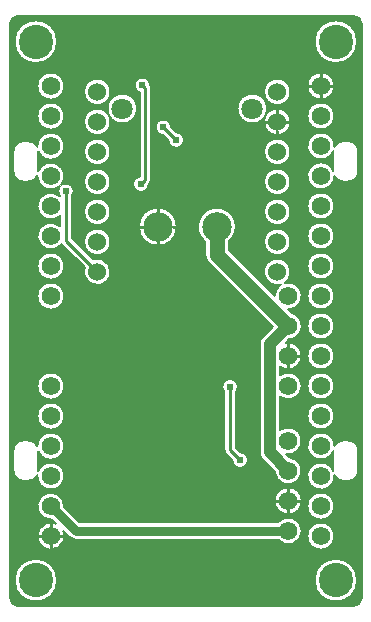
<source format=gbl>
G04 Layer: BottomLayer*
G04 EasyEDA Pro v2.2.36.7, 2025-07-16 21:13:32*
G04 Gerber Generator version 0.3*
G04 Scale: 100 percent, Rotated: No, Reflected: No*
G04 Dimensions in millimeters*
G04 Leading zeros omitted, absolute positions, 4 integers and 5 decimals*
%FSLAX45Y45*%
%MOMM*%
%ADD10C,0.2032*%
%ADD11C,0.254*%
%ADD12C,2.9*%
%ADD13C,2.49999*%
%ADD14C,1.8*%
%ADD15C,1.5748*%
%ADD16C,1.524*%
%ADD17C,0.6110*%
%ADD18C,0.61*%
%ADD19C,0.762*%
%ADD20C,1.27*%
%ADD21C,1.016*%
G75*


G04 Copper Start*
G36*
G01X-1488186Y2198700D02*
G01X-1486577Y2212983D01*
G01X-1481830Y2226549D01*
G01X-1474183Y2238719D01*
G01X-1464019Y2248883D01*
G01X-1451849Y2256530D01*
G01X-1438283Y2261277D01*
G01X-1424000Y2262886D01*
G01X1424000Y2262886D01*
G01X1438283Y2261277D01*
G01X1451849Y2256530D01*
G01X1464019Y2248883D01*
G01X1474183Y2238719D01*
G01X1481830Y2226549D01*
G01X1486577Y2212983D01*
G01X1488186Y2198700D01*
G01X1488186Y-2668600D01*
G01X1486577Y-2682883D01*
G01X1481830Y-2696449D01*
G01X1474183Y-2708619D01*
G01X1464019Y-2718783D01*
G01X1451849Y-2726430D01*
G01X1438283Y-2731177D01*
G01X1424000Y-2732786D01*
G01X-1424000Y-2732786D01*
G01X-1438283Y-2731177D01*
G01X-1451849Y-2726430D01*
G01X-1464019Y-2718783D01*
G01X-1474183Y-2708619D01*
G01X-1481830Y-2696449D01*
G01X-1486577Y-2682883D01*
G01X-1488186Y-2668600D01*
G01X-1488186Y-2514600D01*
G01X-1450814Y-2514600D01*
G01X-1448794Y-2541549D01*
G01X-1442781Y-2567896D01*
G01X-1432908Y-2593052D01*
G01X-1419396Y-2616456D01*
G01X-1402546Y-2637585D01*
G01X-1382736Y-2655966D01*
G01X-1360407Y-2671189D01*
G01X-1336059Y-2682915D01*
G01X-1310235Y-2690881D01*
G01X-1283512Y-2694908D01*
G01X-1256488Y-2694908D01*
G01X-1229765Y-2690881D01*
G01X-1203941Y-2682915D01*
G01X-1179593Y-2671189D01*
G01X-1157264Y-2655966D01*
G01X-1137454Y-2637585D01*
G01X-1120604Y-2616456D01*
G01X-1107092Y-2593052D01*
G01X-1097219Y-2567896D01*
G01X-1091206Y-2541549D01*
G01X-1089186Y-2514600D01*
G01X-1089186Y-2514600D01*
G01X1089186Y-2514600D01*
G01X1091206Y-2541549D01*
G01X1097219Y-2567896D01*
G01X1107092Y-2593052D01*
G01X1120604Y-2616456D01*
G01X1137454Y-2637585D01*
G01X1157264Y-2655966D01*
G01X1179593Y-2671189D01*
G01X1203941Y-2682915D01*
G01X1229765Y-2690881D01*
G01X1256488Y-2694908D01*
G01X1283512Y-2694908D01*
G01X1310235Y-2690881D01*
G01X1336059Y-2682915D01*
G01X1360407Y-2671189D01*
G01X1382736Y-2655966D01*
G01X1402546Y-2637585D01*
G01X1419396Y-2616456D01*
G01X1432908Y-2593052D01*
G01X1442781Y-2567896D01*
G01X1448794Y-2541549D01*
G01X1450814Y-2514600D01*
G01X1448794Y-2487651D01*
G01X1442781Y-2461304D01*
G01X1432908Y-2436148D01*
G01X1419396Y-2412744D01*
G01X1402546Y-2391615D01*
G01X1382736Y-2373234D01*
G01X1360407Y-2358011D01*
G01X1336059Y-2346285D01*
G01X1310235Y-2338319D01*
G01X1283512Y-2334292D01*
G01X1256488Y-2334292D01*
G01X1229765Y-2338319D01*
G01X1203941Y-2346285D01*
G01X1179593Y-2358011D01*
G01X1157264Y-2373234D01*
G01X1137454Y-2391615D01*
G01X1120604Y-2412744D01*
G01X1107092Y-2436148D01*
G01X1097219Y-2461304D01*
G01X1091206Y-2487651D01*
G01X1089186Y-2514600D01*
G01X1089186Y-2514600D01*
G01X-1089186Y-2514600D01*
G01X-1091206Y-2487651D01*
G01X-1097219Y-2461304D01*
G01X-1107092Y-2436148D01*
G01X-1120604Y-2412744D01*
G01X-1137454Y-2391615D01*
G01X-1157264Y-2373234D01*
G01X-1179593Y-2358011D01*
G01X-1203941Y-2346285D01*
G01X-1229765Y-2338319D01*
G01X-1256488Y-2334292D01*
G01X-1283512Y-2334292D01*
G01X-1310235Y-2338319D01*
G01X-1336059Y-2346285D01*
G01X-1360407Y-2358011D01*
G01X-1382736Y-2373234D01*
G01X-1402546Y-2391615D01*
G01X-1419396Y-2412744D01*
G01X-1432908Y-2436148D01*
G01X-1442781Y-2461304D01*
G01X-1448794Y-2487651D01*
G01X-1450814Y-2514600D01*
G01X-1450814Y-2514600D01*
G01X-1488186Y-2514600D01*
G01X-1488186Y-1883456D01*
G01X-1257486Y-1883456D01*
G01X-1256213Y-1904890D01*
G01X-1250963Y-1925710D01*
G01X-1241920Y-1945185D01*
G01X-1229401Y-1962629D01*
G01X-1213847Y-1977432D01*
G01X-1195804Y-1989071D01*
G01X-1175906Y-1997139D01*
G01X-1154851Y-2001352D01*
G01X-1133381Y-2001562D01*
G01X-1099506Y-2035437D01*
G01X-1119523Y-2029291D01*
G01X-1140324Y-2026890D01*
G01X-1161214Y-2028316D01*
G01X-1181496Y-2033521D01*
G01X-1200492Y-2042331D01*
G01X-1217567Y-2054451D01*
G01X-1232150Y-2069476D01*
G01X-1243755Y-2086905D01*
G01X-1251993Y-2106156D01*
G01X-1256590Y-2126584D01*
G01X-1257392Y-2147507D01*
G01X-1254371Y-2168228D01*
G01X-1247630Y-2188052D01*
G01X-1237393Y-2206318D01*
G01X-1224002Y-2222415D01*
G01X-1207905Y-2235806D01*
G01X-1189639Y-2246043D01*
G01X-1169814Y-2252785D01*
G01X-1149094Y-2255805D01*
G01X-1128171Y-2255003D01*
G01X-1107742Y-2250406D01*
G01X-1088492Y-2242168D01*
G01X-1071063Y-2230563D01*
G01X-1056038Y-2215980D01*
G01X-1043918Y-2198905D01*
G01X-1035108Y-2179909D01*
G01X-1029903Y-2159627D01*
G01X-1028477Y-2138737D01*
G01X-1030878Y-2117936D01*
G01X-1037024Y-2097919D01*
G01X-986198Y-2148746D01*
G01X-974997Y-2157938D01*
G01X-962218Y-2164768D01*
G01X-948353Y-2168974D01*
G01X-933933Y-2170394D01*
G01X779384Y-2170394D01*
G01X794715Y-2185428D01*
G01X812582Y-2197336D01*
G01X832357Y-2205702D01*
G01X853346Y-2210229D01*
G01X874811Y-2210761D01*
G01X895998Y-2207278D01*
G01X916163Y-2199902D01*
G01X934597Y-2188892D01*
G01X950653Y-2174636D01*
G01X963767Y-2157634D01*
G01X971992Y-2141413D01*
G01X1028446Y-2141413D01*
G01X1030396Y-2162462D01*
G01X1036182Y-2182795D01*
G01X1045604Y-2201718D01*
G01X1058344Y-2218588D01*
G01X1073966Y-2232829D01*
G01X1091939Y-2243958D01*
G01X1111651Y-2251594D01*
G01X1132430Y-2255478D01*
G01X1153570Y-2255478D01*
G01X1174349Y-2251594D01*
G01X1194061Y-2243958D01*
G01X1212034Y-2232829D01*
G01X1227656Y-2218588D01*
G01X1240396Y-2201718D01*
G01X1249818Y-2182795D01*
G01X1255604Y-2162462D01*
G01X1257554Y-2141413D01*
G01X1257554Y-2141413D01*
G01X1255604Y-2120364D01*
G01X1249818Y-2100031D01*
G01X1240396Y-2081108D01*
G01X1227656Y-2064239D01*
G01X1212034Y-2049997D01*
G01X1194061Y-2038869D01*
G01X1174349Y-2031232D01*
G01X1153570Y-2027348D01*
G01X1132430Y-2027348D01*
G01X1111651Y-2031232D01*
G01X1091939Y-2038869D01*
G01X1073966Y-2049997D01*
G01X1058344Y-2064239D01*
G01X1045604Y-2081108D01*
G01X1036182Y-2100031D01*
G01X1030396Y-2120364D01*
G01X1028446Y-2141413D01*
G01X971992Y-2141413D01*
G01X973478Y-2138484D01*
G01X979444Y-2117858D01*
G01X981456Y-2096480D01*
G01X979444Y-2075103D01*
G01X973478Y-2054477D01*
G01X963767Y-2035327D01*
G01X950653Y-2018325D01*
G01X934597Y-2004069D01*
G01X916163Y-1993059D01*
G01X895998Y-1985683D01*
G01X874811Y-1982200D01*
G01X853346Y-1982731D01*
G01X832357Y-1987259D01*
G01X812582Y-1995624D01*
G01X794715Y-2007533D01*
G01X779384Y-2022566D01*
G01X-903316Y-2022566D01*
G01X-903316Y-2022566D01*
G01X-1028851Y-1897032D01*
G01X-1029061Y-1875562D01*
G01X-1033274Y-1854507D01*
G01X-1041342Y-1834609D01*
G01X-1043083Y-1831911D01*
G01X752837Y-1831911D01*
G01X752837Y-1853050D01*
G01X756721Y-1873830D01*
G01X764357Y-1893542D01*
G01X775486Y-1911515D01*
G01X789727Y-1927137D01*
G01X806597Y-1939876D01*
G01X825520Y-1949299D01*
G01X845853Y-1955084D01*
G01X866902Y-1957034D01*
G01X866902Y-1957034D01*
G01X887951Y-1955084D01*
G01X908284Y-1949299D01*
G01X927207Y-1939876D01*
G01X944077Y-1927137D01*
G01X958318Y-1911515D01*
G01X969447Y-1893542D01*
G01X971821Y-1887413D01*
G01X1028446Y-1887413D01*
G01X1030396Y-1908462D01*
G01X1036182Y-1928795D01*
G01X1045604Y-1947718D01*
G01X1058344Y-1964588D01*
G01X1073966Y-1978829D01*
G01X1091939Y-1989958D01*
G01X1111651Y-1997594D01*
G01X1132430Y-2001478D01*
G01X1153570Y-2001478D01*
G01X1174349Y-1997594D01*
G01X1194061Y-1989958D01*
G01X1212034Y-1978829D01*
G01X1227656Y-1964588D01*
G01X1240396Y-1947718D01*
G01X1249818Y-1928795D01*
G01X1255604Y-1908462D01*
G01X1257554Y-1887413D01*
G01X1257554Y-1887413D01*
G01X1255604Y-1866364D01*
G01X1249818Y-1846031D01*
G01X1240396Y-1827108D01*
G01X1227656Y-1810239D01*
G01X1212034Y-1795997D01*
G01X1194061Y-1784869D01*
G01X1174349Y-1777232D01*
G01X1153570Y-1773348D01*
G01X1132430Y-1773348D01*
G01X1111651Y-1777232D01*
G01X1091939Y-1784869D01*
G01X1073966Y-1795997D01*
G01X1058344Y-1810239D01*
G01X1045604Y-1827108D01*
G01X1036182Y-1846031D01*
G01X1030396Y-1866364D01*
G01X1028446Y-1887413D01*
G01X971821Y-1887413D01*
G01X977083Y-1873830D01*
G01X980967Y-1853050D01*
G01X980967Y-1831911D01*
G01X977083Y-1811131D01*
G01X969447Y-1791419D01*
G01X958318Y-1773446D01*
G01X944077Y-1757824D01*
G01X927207Y-1745085D01*
G01X908284Y-1735662D01*
G01X887951Y-1729877D01*
G01X866902Y-1727926D01*
G01X845853Y-1729877D01*
G01X825520Y-1735662D01*
G01X806597Y-1745085D01*
G01X789727Y-1757824D01*
G01X775486Y-1773446D01*
G01X764357Y-1791419D01*
G01X756721Y-1811131D01*
G01X752837Y-1831911D01*
G01X-1043083Y-1831911D01*
G01X-1052982Y-1816566D01*
G01X-1067784Y-1801012D01*
G01X-1085229Y-1788494D01*
G01X-1104703Y-1779450D01*
G01X-1125523Y-1774200D01*
G01X-1146957Y-1772927D01*
G01X-1168252Y-1775677D01*
G01X-1188659Y-1782352D01*
G01X-1207463Y-1792718D01*
G01X-1224002Y-1806411D01*
G01X-1237695Y-1822950D01*
G01X-1248061Y-1841754D01*
G01X-1254736Y-1862161D01*
G01X-1257486Y-1883456D01*
G01X-1488186Y-1883456D01*
G01X-1488186Y-1417500D01*
G01X-1460270Y-1417500D01*
G01X-1460270Y-1587500D01*
G01X-1458621Y-1604241D01*
G01X-1453738Y-1620340D01*
G01X-1445808Y-1635176D01*
G01X-1435136Y-1648180D01*
G01X-1422132Y-1658852D01*
G01X-1407296Y-1666782D01*
G01X-1391198Y-1671665D01*
G01X-1374456Y-1673314D01*
G01X-1334456Y-1673314D01*
G01X-1318540Y-1671825D01*
G01X-1303176Y-1667410D01*
G01X-1288897Y-1660222D01*
G01X-1276200Y-1650510D01*
G01X-1265524Y-1638612D01*
G01X-1257240Y-1624940D01*
G01X-1256833Y-1646243D01*
G01X-1252488Y-1667102D01*
G01X-1244356Y-1686795D01*
G01X-1232717Y-1704642D01*
G01X-1217974Y-1720025D01*
G01X-1200637Y-1732411D01*
G01X-1181307Y-1741372D01*
G01X-1160651Y-1746599D01*
G01X-1139385Y-1747910D01*
G01X-1118243Y-1745260D01*
G01X-1097958Y-1738741D01*
G01X-1079232Y-1728577D01*
G01X-1062711Y-1715122D01*
G01X-1048968Y-1698840D01*
G01X-1038478Y-1680294D01*
G01X-1031604Y-1660127D01*
G01X-1028584Y-1639035D01*
G01X-1029522Y-1617749D01*
G01X-1034386Y-1597005D01*
G01X-1043007Y-1577520D01*
G01X-1055087Y-1559969D01*
G01X-1070209Y-1544959D01*
G01X-1087849Y-1533009D01*
G01X-1107397Y-1524532D01*
G01X-1128177Y-1519822D01*
G01X-1149469Y-1519042D01*
G01X-1170538Y-1522218D01*
G01X-1190654Y-1529241D01*
G01X-1209121Y-1539868D01*
G01X-1225301Y-1553731D01*
G01X-1238634Y-1570351D01*
G01X-1248658Y-1589153D01*
G01X-1248642Y-1587500D01*
G01X-1248642Y-1423712D01*
G01X-1238758Y-1442287D01*
G01X-1225642Y-1458741D01*
G01X-1209739Y-1472518D01*
G01X-1191583Y-1483155D01*
G01X-1171789Y-1490291D01*
G01X-1151023Y-1493686D01*
G01X-1129986Y-1493225D01*
G01X-1109389Y-1488925D01*
G01X-1089925Y-1480930D01*
G01X-1072253Y-1469510D01*
G01X-1056967Y-1455050D01*
G01X-1044584Y-1438038D01*
G01X-1035521Y-1419048D01*
G01X-1030085Y-1398721D01*
G01X-1028458Y-1377742D01*
G01X-1030696Y-1356820D01*
G01X-1036724Y-1336659D01*
G01X-1046337Y-1317941D01*
G01X-1059212Y-1301296D01*
G01X-1074915Y-1287288D01*
G01X-1092914Y-1276388D01*
G01X-1112604Y-1268964D01*
G01X-1133319Y-1265266D01*
G01X-1154362Y-1265420D01*
G01X-1175021Y-1269420D01*
G01X-1194600Y-1277132D01*
G01X-1212438Y-1288294D01*
G01X-1227933Y-1302531D01*
G01X-1240564Y-1319361D01*
G01X-1249902Y-1338218D01*
G01X-1255635Y-1358465D01*
G01X-1257567Y-1379419D01*
G01X-1265892Y-1365914D01*
G01X-1276561Y-1354172D01*
G01X-1289209Y-1344595D01*
G01X-1303403Y-1337508D01*
G01X-1318659Y-1333156D01*
G01X-1334456Y-1331686D01*
G01X-1334456Y-1331686D01*
G01X-1374456Y-1331686D01*
G01X-1391198Y-1333335D01*
G01X-1407296Y-1338218D01*
G01X-1422132Y-1346148D01*
G01X-1435136Y-1356820D01*
G01X-1445808Y-1369824D01*
G01X-1453738Y-1384660D01*
G01X-1458621Y-1400758D01*
G01X-1460270Y-1417500D01*
G01X-1488186Y-1417500D01*
G01X-1488186Y-1125413D01*
G01X-1257554Y-1125413D01*
G01X-1255604Y-1146462D01*
G01X-1249818Y-1166795D01*
G01X-1240396Y-1185718D01*
G01X-1227656Y-1202588D01*
G01X-1212034Y-1216829D01*
G01X-1194061Y-1227958D01*
G01X-1174349Y-1235594D01*
G01X-1153570Y-1239478D01*
G01X-1132430Y-1239478D01*
G01X-1111651Y-1235594D01*
G01X-1091939Y-1227958D01*
G01X-1073966Y-1216829D01*
G01X-1058344Y-1202588D01*
G01X-1045604Y-1185718D01*
G01X-1036182Y-1166795D01*
G01X-1030396Y-1146462D01*
G01X-1028446Y-1125413D01*
G01X-1028446Y-1125413D01*
G01X-1030396Y-1104364D01*
G01X-1036182Y-1084031D01*
G01X-1045604Y-1065108D01*
G01X-1058344Y-1048239D01*
G01X-1073966Y-1033997D01*
G01X-1091939Y-1022869D01*
G01X-1111651Y-1015232D01*
G01X-1132430Y-1011348D01*
G01X-1153570Y-1011348D01*
G01X-1174349Y-1015232D01*
G01X-1194061Y-1022869D01*
G01X-1212034Y-1033997D01*
G01X-1227656Y-1048239D01*
G01X-1240396Y-1065108D01*
G01X-1249818Y-1084031D01*
G01X-1255604Y-1104364D01*
G01X-1257554Y-1125413D01*
G01X-1488186Y-1125413D01*
G01X-1488186Y-871413D01*
G01X-1257554Y-871413D01*
G01X-1255604Y-892462D01*
G01X-1249818Y-912795D01*
G01X-1240396Y-931718D01*
G01X-1227656Y-948588D01*
G01X-1212034Y-962829D01*
G01X-1194061Y-973958D01*
G01X-1174349Y-981594D01*
G01X-1153570Y-985478D01*
G01X-1132430Y-985478D01*
G01X-1111651Y-981594D01*
G01X-1091939Y-973958D01*
G01X-1073966Y-962829D01*
G01X-1058344Y-948588D01*
G01X-1045604Y-931718D01*
G01X-1036182Y-912795D01*
G01X-1030396Y-892462D01*
G01X-1029230Y-879871D01*
G01X308650Y-879871D01*
G01X311247Y-895006D01*
G01X317256Y-909139D01*
G01X326354Y-921510D01*
G01X326354Y-1413474D01*
G01X328007Y-1426030D01*
G01X332854Y-1437731D01*
G01X340563Y-1447779D01*
G01X393721Y-1500936D01*
G01X396035Y-1516118D01*
G01X401780Y-1530359D01*
G01X410646Y-1542898D01*
G01X422158Y-1553061D01*
G01X435700Y-1560304D01*
G01X450544Y-1564237D01*
G01X465895Y-1564651D01*
G01X480930Y-1561522D01*
G01X494842Y-1555020D01*
G01X506885Y-1545491D01*
G01X506885Y-1545491D01*
G01X516414Y-1533448D01*
G01X522916Y-1519536D01*
G01X526045Y-1504501D01*
G01X525631Y-1489150D01*
G01X521698Y-1474306D01*
G01X514455Y-1460764D01*
G01X504292Y-1449252D01*
G01X491753Y-1440386D01*
G01X477512Y-1434641D01*
G01X462330Y-1432327D01*
G01X423382Y-1393379D01*
G01X423382Y-921510D01*
G01X432480Y-909139D01*
G01X438489Y-895006D01*
G01X441086Y-879871D01*
G01X440132Y-864544D01*
G01X435678Y-849847D01*
G01X427962Y-836569D01*
G01X417400Y-825422D01*
G01X404557Y-817003D01*
G01X390121Y-811764D01*
G01X374868Y-809986D01*
G01X359615Y-811764D01*
G01X345179Y-817003D01*
G01X332336Y-825422D01*
G01X321773Y-836569D01*
G01X314058Y-849847D01*
G01X309604Y-864544D01*
G01X308650Y-879871D01*
G01X-1029230Y-879871D01*
G01X-1028446Y-871413D01*
G01X-1028446Y-871413D01*
G01X-1030396Y-850364D01*
G01X-1036182Y-830031D01*
G01X-1045604Y-811108D01*
G01X-1058344Y-794239D01*
G01X-1073966Y-779997D01*
G01X-1091939Y-768869D01*
G01X-1111651Y-761232D01*
G01X-1132430Y-757348D01*
G01X-1153570Y-757348D01*
G01X-1174349Y-761232D01*
G01X-1194061Y-768869D01*
G01X-1212034Y-779997D01*
G01X-1227656Y-794239D01*
G01X-1240396Y-811108D01*
G01X-1249818Y-830031D01*
G01X-1255604Y-850364D01*
G01X-1257554Y-871413D01*
G01X-1488186Y-871413D01*
G01X-1488186Y-109413D01*
G01X-1257554Y-109413D01*
G01X-1255604Y-130462D01*
G01X-1249818Y-150795D01*
G01X-1240396Y-169718D01*
G01X-1227656Y-186588D01*
G01X-1212034Y-200829D01*
G01X-1194061Y-211958D01*
G01X-1174349Y-219594D01*
G01X-1153570Y-223478D01*
G01X-1132430Y-223478D01*
G01X-1111651Y-219594D01*
G01X-1091939Y-211958D01*
G01X-1073966Y-200829D01*
G01X-1058344Y-186588D01*
G01X-1045604Y-169718D01*
G01X-1036182Y-150795D01*
G01X-1030396Y-130462D01*
G01X-1028446Y-109413D01*
G01X-1028446Y-109413D01*
G01X-1030396Y-88364D01*
G01X-1036182Y-68031D01*
G01X-1045604Y-49108D01*
G01X-1058344Y-32239D01*
G01X-1073966Y-17997D01*
G01X-1091939Y-6869D01*
G01X-1111651Y768D01*
G01X-1132430Y4652D01*
G01X-1153570Y4652D01*
G01X-1174349Y768D01*
G01X-1194061Y-6869D01*
G01X-1212034Y-17997D01*
G01X-1227656Y-32239D01*
G01X-1240396Y-49108D01*
G01X-1249818Y-68031D01*
G01X-1255604Y-88364D01*
G01X-1257554Y-109413D01*
G01X-1488186Y-109413D01*
G01X-1488186Y144587D01*
G01X-1257554Y144587D01*
G01X-1255604Y123538D01*
G01X-1249818Y103205D01*
G01X-1240396Y84282D01*
G01X-1227656Y67412D01*
G01X-1212034Y53171D01*
G01X-1194061Y42042D01*
G01X-1174349Y34406D01*
G01X-1153570Y30522D01*
G01X-1132430Y30522D01*
G01X-1111651Y34406D01*
G01X-1091939Y42042D01*
G01X-1073966Y53171D01*
G01X-1058344Y67412D01*
G01X-1045604Y84282D01*
G01X-1036182Y103205D01*
G01X-1030396Y123538D01*
G01X-1028446Y144587D01*
G01X-1028446Y144587D01*
G01X-1030396Y165636D01*
G01X-1036182Y185969D01*
G01X-1045604Y204892D01*
G01X-1058344Y221761D01*
G01X-1073966Y236003D01*
G01X-1091939Y247131D01*
G01X-1111651Y254768D01*
G01X-1132430Y258652D01*
G01X-1153570Y258652D01*
G01X-1174349Y254768D01*
G01X-1194061Y247131D01*
G01X-1212034Y236003D01*
G01X-1227656Y221761D01*
G01X-1240396Y204892D01*
G01X-1249818Y185969D01*
G01X-1255604Y165636D01*
G01X-1257554Y144587D01*
G01X-1488186Y144587D01*
G01X-1488186Y1116500D01*
G01X-1460270Y1116500D01*
G01X-1460270Y946500D01*
G01X-1458621Y929759D01*
G01X-1453738Y913660D01*
G01X-1445808Y898824D01*
G01X-1435136Y885820D01*
G01X-1422132Y875148D01*
G01X-1407296Y867218D01*
G01X-1391198Y862335D01*
G01X-1374456Y860686D01*
G01X-1334456Y860686D01*
G01X-1318651Y862154D01*
G01X-1303387Y866508D01*
G01X-1289186Y873599D01*
G01X-1276533Y883184D01*
G01X-1265863Y894935D01*
G01X-1257539Y908450D01*
G01X-1256085Y888299D01*
G01X-1251113Y868717D01*
G01X-1242779Y850313D01*
G01X-1231341Y833659D01*
G01X-1217155Y819273D01*
G01X-1200662Y807604D01*
G01X-1182376Y799013D01*
G01X-1162865Y793768D01*
G01X-1142736Y792033D01*
G01X-1122615Y793861D01*
G01X-1103128Y799196D01*
G01X-1084882Y807871D01*
G01X-1068443Y819616D01*
G01X-1068443Y819616D01*
G01X-1075868Y806895D01*
G01X-1080302Y792849D01*
G01X-1081526Y778170D01*
G01X-1079479Y763583D01*
G01X-1074263Y749808D01*
G01X-1066135Y737524D01*
G01X-1082438Y749823D01*
G01X-1100665Y759031D01*
G01X-1120238Y764857D01*
G01X-1140534Y767114D01*
G01X-1160908Y765733D01*
G01X-1180713Y760755D01*
G01X-1199320Y752340D01*
G01X-1216137Y740755D01*
G01X-1230630Y726368D01*
G01X-1242338Y709636D01*
G01X-1250889Y691091D01*
G01X-1256011Y671323D01*
G01X-1257542Y650959D01*
G01X-1255433Y630647D01*
G01X-1249751Y611032D01*
G01X-1240677Y592738D01*
G01X-1228498Y576346D01*
G01X-1213602Y562376D01*
G01X-1196463Y551274D01*
G01X-1177624Y543391D01*
G01X-1157685Y538978D01*
G01X-1137280Y538176D01*
G01X-1117056Y541009D01*
G01X-1097657Y547389D01*
G01X-1079699Y557112D01*
G01X-1063752Y569868D01*
G01X-1063752Y481306D01*
G01X-1080386Y494514D01*
G01X-1099172Y504425D01*
G01X-1119465Y510697D01*
G01X-1140567Y513115D01*
G01X-1161752Y511596D01*
G01X-1182293Y506191D01*
G01X-1201484Y497087D01*
G01X-1218663Y484597D01*
G01X-1233241Y469150D01*
G01X-1244717Y451277D01*
G01X-1252696Y431592D01*
G01X-1256904Y410773D01*
G01X-1257196Y389535D01*
G01X-1253562Y368608D01*
G01X-1246126Y348712D01*
G01X-1235146Y330530D01*
G01X-1220997Y314688D01*
G01X-1204168Y301731D01*
G01X-1185235Y292103D01*
G01X-1164850Y286136D01*
G01X-1143714Y284035D01*
G01X-1122553Y285872D01*
G01X-1102096Y291585D01*
G01X-1083045Y300976D01*
G01X-1066054Y313722D01*
G01X-1051710Y329387D01*
G01X-1049543Y327073D01*
G01X-855632Y133163D01*
G01X-860557Y113688D01*
G01X-861924Y93646D01*
G01X-859689Y73683D01*
G01X-853924Y54440D01*
G01X-844815Y36536D01*
G01X-832655Y20546D01*
G01X-817834Y6986D01*
G01X-800830Y-3709D01*
G01X-782188Y-11194D01*
G01X-762510Y-15230D01*
G01X-742427Y-15686D01*
G01X-722585Y-12548D01*
G01X-703624Y-5916D01*
G01X-686151Y3997D01*
G01X-670730Y16870D01*
G01X-657857Y32291D01*
G01X-647945Y49763D01*
G01X-641313Y68725D01*
G01X-638174Y88567D01*
G01X-638630Y108650D01*
G01X-642666Y128328D01*
G01X-650152Y146969D01*
G01X-660846Y163974D01*
G01X-674407Y178795D01*
G01X-690396Y190955D01*
G01X-708300Y200064D01*
G01X-727543Y205829D01*
G01X-747507Y208064D01*
G01X-767548Y206697D01*
G01X-787023Y201772D01*
G01X-935327Y350076D01*
G01X-861950Y350076D01*
G01X-860043Y329493D01*
G01X-854386Y309612D01*
G01X-845172Y291108D01*
G01X-832716Y274613D01*
G01X-817440Y260687D01*
G01X-799865Y249805D01*
G01X-780590Y242338D01*
G01X-760272Y238540D01*
G01X-739601Y238540D01*
G01X-719282Y242338D01*
G01X-700007Y249805D01*
G01X-682433Y260687D01*
G01X-667157Y274613D01*
G01X-654700Y291108D01*
G01X-645486Y309612D01*
G01X-639830Y329493D01*
G01X-637922Y350076D01*
G01X-637922Y350076D01*
G01X-639830Y370659D01*
G01X-645486Y390540D01*
G01X-654700Y409044D01*
G01X-667157Y425539D01*
G01X-682433Y439465D01*
G01X-700007Y450347D01*
G01X-719282Y457814D01*
G01X-739601Y461612D01*
G01X-760272Y461612D01*
G01X-780590Y457814D01*
G01X-799865Y450347D01*
G01X-817440Y439465D01*
G01X-832716Y425539D01*
G01X-845172Y409044D01*
G01X-854386Y390540D01*
G01X-860043Y370659D01*
G01X-861950Y350076D01*
G01X-935327Y350076D01*
G01X-966724Y381473D01*
G01X-966724Y478597D01*
G01X-398113Y478597D01*
G01X-398113Y478597D01*
G01X-396133Y453440D01*
G01X-390242Y428903D01*
G01X-380586Y405589D01*
G01X-367401Y384073D01*
G01X-351012Y364884D01*
G01X-331823Y348496D01*
G01X-310307Y335311D01*
G01X-286994Y325654D01*
G01X-262456Y319763D01*
G01X-237299Y317783D01*
G01X-212143Y319763D01*
G01X-187605Y325654D01*
G01X-164292Y335311D01*
G01X-142776Y348496D01*
G01X-123587Y364884D01*
G01X-107198Y384073D01*
G01X-94013Y405589D01*
G01X-84357Y428903D01*
G01X-78466Y453440D01*
G01X-76486Y478597D01*
G01X-76781Y482349D01*
G01X101930Y482349D01*
G01X103272Y457525D01*
G01X108425Y433204D01*
G01X117265Y409968D01*
G01X129581Y388373D01*
G01X145078Y368933D01*
G01X163386Y352115D01*
G01X163386Y242796D01*
G01X165294Y223421D01*
G01X170945Y204790D01*
G01X180123Y187620D01*
G01X192474Y172570D01*
G01X735431Y-370387D01*
G01X649955Y-455863D01*
G01X649955Y-455863D01*
G01X639183Y-468988D01*
G01X631179Y-483963D01*
G01X626250Y-500211D01*
G01X624586Y-517108D01*
G01X624586Y-1432778D01*
G01X626250Y-1449676D01*
G01X631179Y-1465924D01*
G01X639183Y-1480899D01*
G01X649955Y-1494024D01*
G01X752644Y-1596713D01*
G01X755843Y-1616560D01*
G01X762461Y-1635542D01*
G01X772296Y-1653074D01*
G01X785045Y-1668618D01*
G01X800314Y-1681693D01*
G01X817634Y-1691898D01*
G01X836471Y-1698918D01*
G01X856245Y-1702538D01*
G01X876347Y-1702644D01*
G01X896159Y-1699235D01*
G01X915070Y-1692416D01*
G01X932497Y-1682395D01*
G01X947904Y-1669482D01*
G01X960817Y-1654075D01*
G01X970837Y-1636648D01*
G01X977657Y-1617737D01*
G01X981066Y-1597926D01*
G01X980959Y-1577823D01*
G01X977340Y-1558049D01*
G01X970320Y-1539212D01*
G01X960115Y-1521892D01*
G01X947039Y-1506623D01*
G01X931496Y-1493875D01*
G01X913963Y-1484040D01*
G01X894982Y-1477421D01*
G01X875135Y-1474223D01*
G01X848451Y-1447539D01*
G01X868942Y-1449016D01*
G01X889367Y-1446810D01*
G01X909069Y-1440991D01*
G01X927416Y-1431747D01*
G01X943816Y-1419374D01*
G01X957742Y-1404270D01*
G01X968747Y-1386922D01*
G01X973519Y-1375171D01*
G01X1028473Y-1375171D01*
G01X1029966Y-1396237D01*
G01X1035302Y-1416671D01*
G01X1044298Y-1435778D01*
G01X1056649Y-1452909D01*
G01X1071935Y-1467481D01*
G01X1089636Y-1479000D01*
G01X1109151Y-1487074D01*
G01X1129816Y-1491428D01*
G01X1150929Y-1491914D01*
G01X1171773Y-1488517D01*
G01X1191639Y-1481350D01*
G01X1209852Y-1470659D01*
G01X1225793Y-1456806D01*
G01X1238919Y-1440262D01*
G01X1248786Y-1421589D01*
G01X1248786Y-1587500D01*
G01X1248786Y-1587500D01*
G01X1248810Y-1589516D01*
G01X1238837Y-1570661D01*
G01X1225542Y-1553981D01*
G01X1209385Y-1540056D01*
G01X1190927Y-1529367D01*
G01X1170806Y-1522285D01*
G01X1149722Y-1519056D01*
G01X1128405Y-1519793D01*
G01X1107594Y-1524468D01*
G01X1088010Y-1532921D01*
G01X1070333Y-1544858D01*
G01X1055175Y-1559865D01*
G01X1043062Y-1577422D01*
G01X1034414Y-1596920D01*
G01X1029531Y-1617684D01*
G01X1028582Y-1638992D01*
G01X1031600Y-1660108D01*
G01X1038480Y-1680298D01*
G01X1048984Y-1698862D01*
G01X1062747Y-1715157D01*
G01X1079293Y-1728619D01*
G01X1098048Y-1738779D01*
G01X1118361Y-1745286D01*
G01X1139529Y-1747914D01*
G01X1160817Y-1746573D01*
G01X1181487Y-1741308D01*
G01X1200822Y-1732303D01*
G01X1218153Y-1719869D01*
G01X1232879Y-1704437D01*
G01X1244488Y-1686543D01*
G01X1252579Y-1666807D01*
G01X1256870Y-1645913D01*
G01X1257213Y-1624586D01*
G01X1265473Y-1638348D01*
G01X1276152Y-1650332D01*
G01X1288875Y-1660117D01*
G01X1303198Y-1667362D01*
G01X1318619Y-1671813D01*
G01X1334600Y-1673314D01*
G01X1374600Y-1673314D01*
G01X1391341Y-1671665D01*
G01X1407440Y-1666782D01*
G01X1422276Y-1658852D01*
G01X1435280Y-1648180D01*
G01X1445952Y-1635176D01*
G01X1453882Y-1620340D01*
G01X1458765Y-1604241D01*
G01X1460414Y-1587500D01*
G01X1460414Y-1417500D01*
G01X1458765Y-1400758D01*
G01X1453882Y-1384660D01*
G01X1445952Y-1369824D01*
G01X1435280Y-1356820D01*
G01X1422276Y-1346148D01*
G01X1407440Y-1338218D01*
G01X1391341Y-1333335D01*
G01X1374600Y-1331686D01*
G01X1334600Y-1331686D01*
G01X1318740Y-1333164D01*
G01X1303426Y-1337548D01*
G01X1289187Y-1344687D01*
G01X1276512Y-1354335D01*
G01X1265839Y-1366158D01*
G01X1257534Y-1379751D01*
G01X1255977Y-1358690D01*
G01X1250579Y-1338272D01*
G01X1241525Y-1319193D01*
G01X1229122Y-1302099D01*
G01X1213792Y-1287573D01*
G01X1196056Y-1276108D01*
G01X1176516Y-1268094D01*
G01X1155838Y-1263803D01*
G01X1134723Y-1263380D01*
G01X1113890Y-1266841D01*
G01X1094046Y-1274068D01*
G01X1075865Y-1284815D01*
G01X1059967Y-1298717D01*
G01X1046891Y-1315300D01*
G01X1037081Y-1334003D01*
G01X1030871Y-1354188D01*
G01X1028473Y-1375171D01*
G01X973519Y-1375171D01*
G01X976476Y-1367888D01*
G01X980681Y-1347779D01*
G01X981227Y-1327242D01*
G01X978096Y-1306938D01*
G01X971388Y-1287520D01*
G01X961320Y-1269613D01*
G01X948215Y-1253791D01*
G01X932495Y-1240565D01*
G01X914666Y-1230359D01*
G01X895300Y-1223502D01*
G01X875021Y-1220214D01*
G01X854480Y-1220602D01*
G01X834340Y-1224652D01*
G01X815246Y-1232234D01*
G01X797814Y-1243105D01*
G01X797814Y-1123635D01*
G01X1028446Y-1123635D01*
G01X1030396Y-1144684D01*
G01X1036182Y-1165017D01*
G01X1045604Y-1183940D01*
G01X1058344Y-1200810D01*
G01X1073966Y-1215051D01*
G01X1091939Y-1226180D01*
G01X1111651Y-1233816D01*
G01X1132430Y-1237700D01*
G01X1153570Y-1237700D01*
G01X1174349Y-1233816D01*
G01X1194061Y-1226180D01*
G01X1212034Y-1215051D01*
G01X1227656Y-1200810D01*
G01X1240396Y-1183940D01*
G01X1249818Y-1165017D01*
G01X1255604Y-1144684D01*
G01X1257554Y-1123635D01*
G01X1257554Y-1123635D01*
G01X1255604Y-1102586D01*
G01X1249818Y-1082253D01*
G01X1240396Y-1063330D01*
G01X1227656Y-1046461D01*
G01X1212034Y-1032219D01*
G01X1194061Y-1021091D01*
G01X1174349Y-1013454D01*
G01X1153570Y-1009570D01*
G01X1132430Y-1009570D01*
G01X1111651Y-1013454D01*
G01X1091939Y-1021091D01*
G01X1073966Y-1032219D01*
G01X1058344Y-1046461D01*
G01X1045604Y-1063330D01*
G01X1036182Y-1082253D01*
G01X1030396Y-1102586D01*
G01X1028446Y-1123635D01*
G01X797814Y-1123635D01*
G01X797814Y-960782D01*
G01X815786Y-971923D01*
G01X835499Y-979572D01*
G01X856282Y-983467D01*
G01X877427Y-983476D01*
G01X898213Y-979598D01*
G01X917933Y-971966D01*
G01X935914Y-960839D01*
G01X951543Y-946598D01*
G01X964289Y-929726D01*
G01X973716Y-910799D01*
G01X979504Y-890461D01*
G01X981435Y-869635D01*
G01X1028446Y-869635D01*
G01X1030396Y-890684D01*
G01X1036182Y-911017D01*
G01X1045604Y-929940D01*
G01X1058344Y-946810D01*
G01X1073966Y-961051D01*
G01X1091939Y-972180D01*
G01X1111651Y-979816D01*
G01X1132430Y-983700D01*
G01X1153570Y-983700D01*
G01X1174349Y-979816D01*
G01X1194061Y-972180D01*
G01X1212034Y-961051D01*
G01X1227656Y-946810D01*
G01X1240396Y-929940D01*
G01X1249818Y-911017D01*
G01X1255604Y-890684D01*
G01X1257554Y-869635D01*
G01X1257554Y-869635D01*
G01X1255604Y-848586D01*
G01X1249818Y-828253D01*
G01X1240396Y-809330D01*
G01X1227656Y-792461D01*
G01X1212034Y-778219D01*
G01X1194061Y-767091D01*
G01X1174349Y-759454D01*
G01X1153570Y-755570D01*
G01X1132430Y-755570D01*
G01X1111651Y-759454D01*
G01X1091939Y-767091D01*
G01X1073966Y-778219D01*
G01X1058344Y-792461D01*
G01X1045604Y-809330D01*
G01X1036182Y-828253D01*
G01X1030396Y-848586D01*
G01X1028446Y-869635D01*
G01X981435Y-869635D01*
G01X981456Y-869406D01*
G01X979504Y-848352D01*
G01X973716Y-828014D01*
G01X964289Y-809087D01*
G01X951543Y-792215D01*
G01X935914Y-777973D01*
G01X917933Y-766847D01*
G01X898213Y-759215D01*
G01X877427Y-755337D01*
G01X856282Y-755346D01*
G01X835499Y-759241D01*
G01X815786Y-766889D01*
G01X797814Y-778031D01*
G01X797814Y-706782D01*
G01X815246Y-717653D01*
G01X834340Y-725235D01*
G01X854480Y-729285D01*
G01X875021Y-729672D01*
G01X895300Y-726385D01*
G01X914666Y-719528D01*
G01X932495Y-709322D01*
G01X948215Y-696096D01*
G01X961320Y-680274D01*
G01X971388Y-662367D01*
G01X978096Y-642948D01*
G01X981227Y-622645D01*
G01X981041Y-615635D01*
G01X1028446Y-615635D01*
G01X1030396Y-636684D01*
G01X1036182Y-657017D01*
G01X1045604Y-675940D01*
G01X1058344Y-692810D01*
G01X1073966Y-707051D01*
G01X1091939Y-718180D01*
G01X1111651Y-725816D01*
G01X1132430Y-729700D01*
G01X1153570Y-729700D01*
G01X1174349Y-725816D01*
G01X1194061Y-718180D01*
G01X1212034Y-707051D01*
G01X1227656Y-692810D01*
G01X1240396Y-675940D01*
G01X1249818Y-657017D01*
G01X1255604Y-636684D01*
G01X1257554Y-615635D01*
G01X1257554Y-615635D01*
G01X1255604Y-594586D01*
G01X1249818Y-574253D01*
G01X1240396Y-555330D01*
G01X1227656Y-538461D01*
G01X1212034Y-524219D01*
G01X1194061Y-513091D01*
G01X1174349Y-505454D01*
G01X1153570Y-501570D01*
G01X1132430Y-501570D01*
G01X1111651Y-505454D01*
G01X1091939Y-513091D01*
G01X1073966Y-524219D01*
G01X1058344Y-538461D01*
G01X1045604Y-555330D01*
G01X1036182Y-574253D01*
G01X1030396Y-594586D01*
G01X1028446Y-615635D01*
G01X981041Y-615635D01*
G01X980681Y-602108D01*
G01X976476Y-581999D01*
G01X968747Y-562964D01*
G01X957742Y-545617D01*
G01X943816Y-530513D01*
G01X927416Y-518140D01*
G01X909069Y-508896D01*
G01X889367Y-503077D01*
G01X868942Y-500871D01*
G01X848451Y-502348D01*
G01X875135Y-475664D01*
G01X894944Y-472475D01*
G01X913893Y-465879D01*
G01X931400Y-456078D01*
G01X946928Y-443372D01*
G01X960002Y-428152D01*
G01X970220Y-410885D01*
G01X977268Y-392099D01*
G01X980930Y-372372D01*
G01X981018Y-361635D01*
G01X1028446Y-361635D01*
G01X1030396Y-382684D01*
G01X1036182Y-403017D01*
G01X1045604Y-421940D01*
G01X1058344Y-438810D01*
G01X1073966Y-453051D01*
G01X1091939Y-464180D01*
G01X1111651Y-471816D01*
G01X1132430Y-475700D01*
G01X1153570Y-475700D01*
G01X1174349Y-471816D01*
G01X1194061Y-464180D01*
G01X1212034Y-453051D01*
G01X1227656Y-438810D01*
G01X1240396Y-421940D01*
G01X1249818Y-403017D01*
G01X1255604Y-382684D01*
G01X1257554Y-361635D01*
G01X1257554Y-361635D01*
G01X1255604Y-340586D01*
G01X1249818Y-320253D01*
G01X1240396Y-301330D01*
G01X1227656Y-284461D01*
G01X1212034Y-270219D01*
G01X1194061Y-259091D01*
G01X1174349Y-251454D01*
G01X1153570Y-247570D01*
G01X1132430Y-247570D01*
G01X1111651Y-251454D01*
G01X1091939Y-259091D01*
G01X1073966Y-270219D01*
G01X1058344Y-284461D01*
G01X1045604Y-301330D01*
G01X1036182Y-320253D01*
G01X1030396Y-340586D01*
G01X1028446Y-361635D01*
G01X981018Y-361635D01*
G01X981094Y-352309D01*
G01X977755Y-332524D01*
G01X971016Y-313626D01*
G01X961082Y-296194D01*
G01X948260Y-280762D01*
G01X932941Y-267804D01*
G01X915597Y-257717D01*
G01X896758Y-250812D01*
G01X867903Y-221956D01*
G01X887281Y-220133D01*
G01X906071Y-215056D01*
G01X923731Y-206871D01*
G01X939749Y-195814D01*
G01X953665Y-182205D01*
G01X965076Y-166437D01*
G01X973652Y-148964D01*
G01X979147Y-130292D01*
G01X981401Y-110959D01*
G01X981221Y-107635D01*
G01X1028446Y-107635D01*
G01X1030396Y-128684D01*
G01X1036182Y-149017D01*
G01X1045604Y-167940D01*
G01X1058344Y-184810D01*
G01X1073966Y-199051D01*
G01X1091939Y-210180D01*
G01X1111651Y-217816D01*
G01X1132430Y-221700D01*
G01X1153570Y-221700D01*
G01X1174349Y-217816D01*
G01X1194061Y-210180D01*
G01X1212034Y-199051D01*
G01X1227656Y-184810D01*
G01X1240396Y-167940D01*
G01X1249818Y-149017D01*
G01X1255604Y-128684D01*
G01X1257554Y-107635D01*
G01X1257554Y-107635D01*
G01X1255604Y-86586D01*
G01X1249818Y-66253D01*
G01X1240396Y-47330D01*
G01X1227656Y-30461D01*
G01X1212034Y-16219D01*
G01X1194061Y-5091D01*
G01X1174349Y2546D01*
G01X1153570Y6430D01*
G01X1132430Y6430D01*
G01X1111651Y2546D01*
G01X1091939Y-5091D01*
G01X1073966Y-16219D01*
G01X1058344Y-30461D01*
G01X1045604Y-47330D01*
G01X1036182Y-66253D01*
G01X1030396Y-86586D01*
G01X1028446Y-107635D01*
G01X981221Y-107635D01*
G01X980350Y-91523D01*
G01X976023Y-72546D01*
G01X968546Y-54576D01*
G01X958135Y-38130D01*
G01X945090Y-23685D01*
G01X929787Y-11656D01*
G01X912669Y-2392D01*
G01X894230Y3840D01*
G01X875002Y6861D01*
G01X855540Y6583D01*
G01X836406Y3014D01*
G01X852557Y16164D01*
G01X865995Y32078D01*
G01X876254Y50204D01*
G01X882980Y69917D01*
G01X885941Y90534D01*
G01X885033Y111342D01*
G01X880288Y131623D01*
G01X873774Y146365D01*
G01X1028446Y146365D01*
G01X1030396Y125316D01*
G01X1036182Y104983D01*
G01X1045604Y86060D01*
G01X1058344Y69190D01*
G01X1073966Y54949D01*
G01X1091939Y43820D01*
G01X1111651Y36184D01*
G01X1132430Y32300D01*
G01X1153570Y32300D01*
G01X1174349Y36184D01*
G01X1194061Y43820D01*
G01X1212034Y54949D01*
G01X1227656Y69190D01*
G01X1240396Y86060D01*
G01X1249818Y104983D01*
G01X1255604Y125316D01*
G01X1257554Y146365D01*
G01X1257554Y146365D01*
G01X1255604Y167414D01*
G01X1249818Y187747D01*
G01X1240396Y206670D01*
G01X1227656Y223539D01*
G01X1212034Y237781D01*
G01X1194061Y248909D01*
G01X1174349Y256546D01*
G01X1153570Y260430D01*
G01X1132430Y260430D01*
G01X1111651Y256546D01*
G01X1091939Y248909D01*
G01X1073966Y237781D01*
G01X1058344Y223539D01*
G01X1045604Y206670D01*
G01X1036182Y187747D01*
G01X1030396Y167414D01*
G01X1028446Y146365D01*
G01X873774Y146365D01*
G01X871871Y150674D01*
G01X860072Y167838D01*
G01X845299Y182521D01*
G01X828063Y194215D01*
G01X808960Y202515D01*
G01X788651Y207136D01*
G01X767838Y207917D01*
G01X747239Y204831D01*
G01X727568Y197984D01*
G01X709505Y187615D01*
G01X693674Y174080D01*
G01X680622Y157848D01*
G01X670801Y139481D01*
G01X664550Y119613D01*
G01X662086Y98931D01*
G01X663493Y78150D01*
G01X668724Y57989D01*
G01X677596Y39145D01*
G01X689804Y22269D01*
G01X704925Y7946D01*
G01X722436Y-3331D01*
G01X741733Y-11171D01*
G01X762147Y-15302D01*
G01X782974Y-15583D01*
G01X803492Y-12003D01*
G01X788886Y-23525D01*
G01X776338Y-37259D01*
G01X766178Y-52842D01*
G01X758674Y-69865D01*
G01X754025Y-87878D01*
G01X752352Y-106406D01*
G01X362014Y283933D01*
G01X362014Y350076D01*
G01X662050Y350076D01*
G01X663957Y329493D01*
G01X669614Y309612D01*
G01X678828Y291108D01*
G01X691284Y274613D01*
G01X706560Y260687D01*
G01X724135Y249805D01*
G01X743410Y242338D01*
G01X763728Y238540D01*
G01X784399Y238540D01*
G01X804718Y242338D01*
G01X823993Y249805D01*
G01X841567Y260687D01*
G01X856843Y274613D01*
G01X869300Y291108D01*
G01X878514Y309612D01*
G01X884170Y329493D01*
G01X886078Y350076D01*
G01X884170Y370659D01*
G01X878514Y390540D01*
G01X873621Y400365D01*
G01X1028446Y400365D01*
G01X1030396Y379316D01*
G01X1036182Y358983D01*
G01X1045604Y340060D01*
G01X1058344Y323190D01*
G01X1073966Y308949D01*
G01X1091939Y297820D01*
G01X1111651Y290184D01*
G01X1132430Y286300D01*
G01X1153570Y286300D01*
G01X1174349Y290184D01*
G01X1194061Y297820D01*
G01X1212034Y308949D01*
G01X1227656Y323190D01*
G01X1240396Y340060D01*
G01X1249818Y358983D01*
G01X1255604Y379316D01*
G01X1257554Y400365D01*
G01X1257554Y400365D01*
G01X1255604Y421414D01*
G01X1249818Y441747D01*
G01X1240396Y460670D01*
G01X1227656Y477539D01*
G01X1212034Y491781D01*
G01X1194061Y502909D01*
G01X1174349Y510546D01*
G01X1153570Y514430D01*
G01X1132430Y514430D01*
G01X1111651Y510546D01*
G01X1091939Y502909D01*
G01X1073966Y491781D01*
G01X1058344Y477539D01*
G01X1045604Y460670D01*
G01X1036182Y441747D01*
G01X1030396Y421414D01*
G01X1028446Y400365D01*
G01X873621Y400365D01*
G01X869300Y409044D01*
G01X856843Y425539D01*
G01X841567Y439465D01*
G01X823993Y450347D01*
G01X804718Y457814D01*
G01X784399Y461612D01*
G01X763728Y461612D01*
G01X743410Y457814D01*
G01X724135Y450347D01*
G01X706560Y439465D01*
G01X691284Y425539D01*
G01X678828Y409044D01*
G01X669614Y390540D01*
G01X663957Y370659D01*
G01X662050Y350076D01*
G01X662050Y350076D01*
G01X362014Y350076D01*
G01X362014Y352115D01*
G01X380321Y368933D01*
G01X395818Y388373D01*
G01X408134Y409968D01*
G01X416974Y433204D01*
G01X422127Y457525D01*
G01X423469Y482349D01*
G01X420970Y507083D01*
G01X414688Y531137D01*
G01X404774Y553935D01*
G01X391465Y574933D01*
G01X375078Y593628D01*
G01X362582Y604076D01*
G01X662050Y604076D01*
G01X663957Y583493D01*
G01X669614Y563612D01*
G01X678828Y545108D01*
G01X691284Y528613D01*
G01X706560Y514687D01*
G01X724135Y503805D01*
G01X743410Y496338D01*
G01X763728Y492540D01*
G01X784399Y492540D01*
G01X804718Y496338D01*
G01X823993Y503805D01*
G01X841567Y514687D01*
G01X856843Y528613D01*
G01X869300Y545108D01*
G01X878514Y563612D01*
G01X884170Y583493D01*
G01X886078Y604076D01*
G01X884170Y624659D01*
G01X878514Y644540D01*
G01X873621Y654365D01*
G01X1028446Y654365D01*
G01X1030396Y633316D01*
G01X1036182Y612983D01*
G01X1045604Y594060D01*
G01X1058344Y577190D01*
G01X1073966Y562949D01*
G01X1091939Y551820D01*
G01X1111651Y544184D01*
G01X1132430Y540300D01*
G01X1153570Y540300D01*
G01X1174349Y544184D01*
G01X1194061Y551820D01*
G01X1212034Y562949D01*
G01X1227656Y577190D01*
G01X1240396Y594060D01*
G01X1249818Y612983D01*
G01X1255604Y633316D01*
G01X1257554Y654365D01*
G01X1257554Y654365D01*
G01X1255604Y675414D01*
G01X1249818Y695747D01*
G01X1240396Y714670D01*
G01X1227656Y731539D01*
G01X1212034Y745781D01*
G01X1194061Y756909D01*
G01X1174349Y764546D01*
G01X1153570Y768430D01*
G01X1132430Y768430D01*
G01X1111651Y764546D01*
G01X1091939Y756909D01*
G01X1073966Y745781D01*
G01X1058344Y731539D01*
G01X1045604Y714670D01*
G01X1036182Y695747D01*
G01X1030396Y675414D01*
G01X1028446Y654365D01*
G01X873621Y654365D01*
G01X869300Y663044D01*
G01X856843Y679539D01*
G01X841567Y693465D01*
G01X823993Y704347D01*
G01X804718Y711814D01*
G01X784399Y715612D01*
G01X763728Y715612D01*
G01X743410Y711814D01*
G01X724135Y704347D01*
G01X706560Y693465D01*
G01X691284Y679539D01*
G01X678828Y663044D01*
G01X669614Y644540D01*
G01X663957Y624659D01*
G01X662050Y604076D01*
G01X662050Y604076D01*
G01X362582Y604076D01*
G01X356005Y609575D01*
G01X334703Y622391D01*
G01X311679Y631770D01*
G01X287486Y637489D01*
G01X262700Y639411D01*
G01X237913Y637489D01*
G01X213720Y631770D01*
G01X190696Y622391D01*
G01X169394Y609575D01*
G01X150321Y593628D01*
G01X133934Y574933D01*
G01X120625Y553935D01*
G01X110711Y531137D01*
G01X104429Y507083D01*
G01X101930Y482349D01*
G01X-76781Y482349D01*
G01X-78466Y503754D01*
G01X-84357Y528291D01*
G01X-94013Y551605D01*
G01X-107198Y573121D01*
G01X-123587Y592309D01*
G01X-142776Y608698D01*
G01X-164292Y621883D01*
G01X-187605Y631540D01*
G01X-212143Y637431D01*
G01X-237299Y639411D01*
G01X-262456Y637431D01*
G01X-286994Y631540D01*
G01X-310307Y621883D01*
G01X-331823Y608698D01*
G01X-351012Y592309D01*
G01X-367401Y573121D01*
G01X-380586Y551605D01*
G01X-390242Y528291D01*
G01X-396133Y503754D01*
G01X-398113Y478597D01*
G01X-966724Y478597D01*
G01X-966724Y604076D01*
G01X-861950Y604076D01*
G01X-860043Y583493D01*
G01X-854386Y563612D01*
G01X-845172Y545108D01*
G01X-832716Y528613D01*
G01X-817440Y514687D01*
G01X-799865Y503805D01*
G01X-780590Y496338D01*
G01X-760272Y492540D01*
G01X-739601Y492540D01*
G01X-719282Y496338D01*
G01X-700007Y503805D01*
G01X-682433Y514687D01*
G01X-667157Y528613D01*
G01X-654700Y545108D01*
G01X-645486Y563612D01*
G01X-639830Y583493D01*
G01X-637922Y604076D01*
G01X-637922Y604076D01*
G01X-639830Y624659D01*
G01X-645486Y644540D01*
G01X-654700Y663044D01*
G01X-667157Y679539D01*
G01X-682433Y693465D01*
G01X-700007Y704347D01*
G01X-719282Y711814D01*
G01X-739601Y715612D01*
G01X-760272Y715612D01*
G01X-780590Y711814D01*
G01X-799865Y704347D01*
G01X-817440Y693465D01*
G01X-832716Y679539D01*
G01X-845172Y663044D01*
G01X-854386Y644540D01*
G01X-860043Y624659D01*
G01X-861950Y604076D01*
G01X-966724Y604076D01*
G01X-966724Y734824D01*
G01X-957127Y748087D01*
G01X-951071Y763297D01*
G01X-948926Y779527D01*
G01X-950823Y795788D01*
G01X-956645Y811089D01*
G01X-966039Y824497D01*
G01X-978431Y835196D01*
G01X-993067Y842532D01*
G01X-1009054Y846059D01*
G01X-1025417Y845562D01*
G01X-1041161Y841071D01*
G01X-1055324Y832861D01*
G01X-1043989Y848973D01*
G01X-1039693Y858076D01*
G01X-861950Y858076D01*
G01X-860043Y837493D01*
G01X-854386Y817612D01*
G01X-845172Y799108D01*
G01X-832716Y782613D01*
G01X-817440Y768687D01*
G01X-799865Y757805D01*
G01X-780590Y750338D01*
G01X-760272Y746540D01*
G01X-739601Y746540D01*
G01X-719282Y750338D01*
G01X-700007Y757805D01*
G01X-682433Y768687D01*
G01X-667157Y782613D01*
G01X-654700Y799108D01*
G01X-645486Y817612D01*
G01X-639830Y837493D01*
G01X-639412Y841995D01*
G01X-447205Y841995D01*
G01X-446373Y827065D01*
G01X-442216Y812701D01*
G01X-434946Y799634D01*
G01X-424934Y788527D01*
G01X-424934Y788527D01*
G01X-412688Y779947D01*
G01X-398830Y774328D01*
G01X-384066Y771957D01*
G01X-369146Y772954D01*
G01X-354829Y777269D01*
G01X-341842Y784682D01*
G01X-330847Y794816D01*
G01X-322401Y807156D01*
G01X-316935Y821074D01*
G01X-314727Y835864D01*
G01X-308595Y841995D01*
G01X-300886Y852043D01*
G01X-298387Y858076D01*
G01X662050Y858076D01*
G01X663957Y837493D01*
G01X669614Y817612D01*
G01X678828Y799108D01*
G01X691284Y782613D01*
G01X706560Y768687D01*
G01X724135Y757805D01*
G01X743410Y750338D01*
G01X763728Y746540D01*
G01X784399Y746540D01*
G01X804718Y750338D01*
G01X823993Y757805D01*
G01X841567Y768687D01*
G01X856843Y782613D01*
G01X869300Y799108D01*
G01X878514Y817612D01*
G01X884170Y837493D01*
G01X886078Y858076D01*
G01X884170Y878659D01*
G01X878514Y898540D01*
G01X874440Y906722D01*
G01X1028458Y906722D01*
G01X1030695Y885780D01*
G01X1036728Y865601D01*
G01X1046353Y846867D01*
G01X1059245Y830213D01*
G01X1074968Y816200D01*
G01X1092991Y805303D01*
G01X1112705Y797889D01*
G01X1133442Y794210D01*
G01X1154503Y794390D01*
G01X1175175Y798422D01*
G01X1194759Y806171D01*
G01X1212594Y817374D01*
G01X1228076Y831653D01*
G01X1240682Y848525D01*
G01X1249986Y867420D01*
G01X1255674Y887698D01*
G01X1257554Y908676D01*
G01X1265863Y895102D01*
G01X1276535Y883297D01*
G01X1289205Y873665D01*
G01X1303434Y866538D01*
G01X1318736Y862162D01*
G01X1334582Y860686D01*
G01X1334582Y860686D01*
G01X1374582Y860686D01*
G01X1391323Y862335D01*
G01X1407422Y867218D01*
G01X1422258Y875148D01*
G01X1435262Y885820D01*
G01X1445934Y898824D01*
G01X1453864Y913660D01*
G01X1458747Y929759D01*
G01X1460396Y946500D01*
G01X1460396Y1116500D01*
G01X1458747Y1133242D01*
G01X1453864Y1149340D01*
G01X1445934Y1164176D01*
G01X1435262Y1177180D01*
G01X1422258Y1187852D01*
G01X1407422Y1195782D01*
G01X1391323Y1200665D01*
G01X1374582Y1202314D01*
G01X1334582Y1202314D01*
G01X1318611Y1200815D01*
G01X1303198Y1196369D01*
G01X1288882Y1189133D01*
G01X1276163Y1179359D01*
G01X1265485Y1167389D01*
G01X1257221Y1153640D01*
G01X1256859Y1174962D01*
G01X1252551Y1195848D01*
G01X1244447Y1215573D01*
G01X1232827Y1233454D01*
G01X1218094Y1248872D01*
G01X1200759Y1261292D01*
G01X1181422Y1270283D01*
G01X1160754Y1275535D01*
G01X1139470Y1276865D01*
G01X1118309Y1274226D01*
G01X1098003Y1267711D01*
G01X1079257Y1257546D01*
G01X1062719Y1244082D01*
G01X1048964Y1227786D01*
G01X1038468Y1209223D01*
G01X1031594Y1189036D01*
G01X1028581Y1167924D01*
G01X1029533Y1146620D01*
G01X1034417Y1125862D01*
G01X1043065Y1106369D01*
G01X1055175Y1088816D01*
G01X1070329Y1073812D01*
G01X1088002Y1061877D01*
G01X1107580Y1053424D01*
G01X1128386Y1048747D01*
G01X1149699Y1048007D01*
G01X1170779Y1051230D01*
G01X1190896Y1058305D01*
G01X1209354Y1068985D01*
G01X1225512Y1082902D01*
G01X1238811Y1099573D01*
G01X1248789Y1118419D01*
G01X1248768Y1116500D01*
G01X1248768Y952362D01*
G01X1238925Y970982D01*
G01X1225840Y987486D01*
G01X1209955Y1001315D01*
G01X1191806Y1012002D01*
G01X1172008Y1019185D01*
G01X1151229Y1022623D01*
G01X1130172Y1022198D01*
G01X1109549Y1017926D01*
G01X1090056Y1009950D01*
G01X1072353Y998540D01*
G01X1057038Y984082D01*
G01X1044629Y967065D01*
G01X1035545Y948063D01*
G01X1030093Y927720D01*
G01X1028458Y906722D01*
G01X874440Y906722D01*
G01X869300Y917044D01*
G01X856843Y933539D01*
G01X841567Y947465D01*
G01X823993Y958347D01*
G01X804718Y965814D01*
G01X784399Y969612D01*
G01X763728Y969612D01*
G01X743410Y965814D01*
G01X724135Y958347D01*
G01X706560Y947465D01*
G01X691284Y933539D01*
G01X678828Y917044D01*
G01X669614Y898540D01*
G01X663957Y878659D01*
G01X662050Y858076D01*
G01X662050Y858076D01*
G01X-298387Y858076D01*
G01X-296039Y863744D01*
G01X-294386Y876300D01*
G01X-294386Y1112076D01*
G01X662050Y1112076D01*
G01X663957Y1091493D01*
G01X669614Y1071612D01*
G01X678828Y1053108D01*
G01X691284Y1036613D01*
G01X706560Y1022687D01*
G01X724135Y1011805D01*
G01X743410Y1004338D01*
G01X763728Y1000540D01*
G01X784399Y1000540D01*
G01X804718Y1004338D01*
G01X823993Y1011805D01*
G01X841567Y1022687D01*
G01X856843Y1036613D01*
G01X869300Y1053108D01*
G01X878514Y1071612D01*
G01X884170Y1091493D01*
G01X886078Y1112076D01*
G01X884170Y1132659D01*
G01X878514Y1152540D01*
G01X869300Y1171044D01*
G01X856843Y1187539D01*
G01X841567Y1201465D01*
G01X823993Y1212347D01*
G01X804718Y1219814D01*
G01X784399Y1223612D01*
G01X763728Y1223612D01*
G01X743410Y1219814D01*
G01X724135Y1212347D01*
G01X706560Y1201465D01*
G01X691284Y1187539D01*
G01X678828Y1171044D01*
G01X669614Y1152540D01*
G01X663957Y1132659D01*
G01X662050Y1112076D01*
G01X662050Y1112076D01*
G01X-294386Y1112076D01*
G01X-294386Y1326701D01*
G01X-256551Y1326701D01*
G01X-256137Y1311350D01*
G01X-252204Y1296506D01*
G01X-244961Y1282964D01*
G01X-234798Y1271452D01*
G01X-222259Y1262586D01*
G01X-208018Y1256841D01*
G01X-192836Y1254527D01*
G01X-148823Y1210514D01*
G01X-146509Y1195332D01*
G01X-140764Y1181091D01*
G01X-131898Y1168552D01*
G01X-120386Y1158389D01*
G01X-106844Y1151146D01*
G01X-92000Y1147213D01*
G01X-76649Y1146799D01*
G01X-61614Y1149928D01*
G01X-47702Y1156430D01*
G01X-35659Y1165959D01*
G01X-26130Y1178002D01*
G01X-19628Y1191914D01*
G01X-16499Y1206949D01*
G01X-16913Y1222300D01*
G01X-20846Y1237144D01*
G01X-28089Y1250686D01*
G01X-38252Y1262198D01*
G01X-50791Y1271064D01*
G01X-65032Y1276809D01*
G01X-80214Y1279123D01*
G01X-124227Y1323136D01*
G01X-126541Y1338318D01*
G01X-132286Y1352559D01*
G01X-141152Y1365098D01*
G01X-152664Y1375261D01*
G01X-166206Y1382504D01*
G01X-181050Y1386437D01*
G01X-196401Y1386851D01*
G01X-211436Y1383722D01*
G01X-225348Y1377220D01*
G01X-237391Y1367691D01*
G01X-237391Y1367691D01*
G01X-246920Y1355648D01*
G01X-253422Y1341736D01*
G01X-256551Y1326701D01*
G01X-294386Y1326701D01*
G01X-294386Y1478595D01*
G01X436885Y1478595D01*
G01X438796Y1456748D01*
G01X444473Y1435564D01*
G01X453741Y1415688D01*
G01X466320Y1397723D01*
G01X481827Y1382216D01*
G01X499792Y1369637D01*
G01X519668Y1360369D01*
G01X540852Y1354693D01*
G01X562699Y1352781D01*
G01X584546Y1354693D01*
G01X605730Y1360369D01*
G01X617969Y1366076D01*
G01X662050Y1366076D01*
G01X663957Y1345493D01*
G01X669614Y1325612D01*
G01X678828Y1307108D01*
G01X691284Y1290613D01*
G01X706560Y1276687D01*
G01X724135Y1265805D01*
G01X743410Y1258338D01*
G01X763728Y1254540D01*
G01X784399Y1254540D01*
G01X804718Y1258338D01*
G01X823993Y1265805D01*
G01X841567Y1276687D01*
G01X856843Y1290613D01*
G01X869300Y1307108D01*
G01X878514Y1325612D01*
G01X884170Y1345493D01*
G01X886078Y1366076D01*
G01X884170Y1386659D01*
G01X878514Y1406540D01*
G01X873621Y1416365D01*
G01X1028446Y1416365D01*
G01X1030396Y1395316D01*
G01X1036182Y1374983D01*
G01X1045604Y1356060D01*
G01X1058344Y1339190D01*
G01X1073966Y1324949D01*
G01X1091939Y1313820D01*
G01X1111651Y1306184D01*
G01X1132430Y1302300D01*
G01X1153570Y1302300D01*
G01X1174349Y1306184D01*
G01X1194061Y1313820D01*
G01X1212034Y1324949D01*
G01X1227656Y1339190D01*
G01X1240396Y1356060D01*
G01X1249818Y1374983D01*
G01X1255604Y1395316D01*
G01X1257554Y1416365D01*
G01X1257554Y1416365D01*
G01X1255604Y1437414D01*
G01X1249818Y1457747D01*
G01X1240396Y1476670D01*
G01X1227656Y1493539D01*
G01X1212034Y1507781D01*
G01X1194061Y1518909D01*
G01X1174349Y1526546D01*
G01X1153570Y1530430D01*
G01X1132430Y1530430D01*
G01X1111651Y1526546D01*
G01X1091939Y1518909D01*
G01X1073966Y1507781D01*
G01X1058344Y1493539D01*
G01X1045604Y1476670D01*
G01X1036182Y1457747D01*
G01X1030396Y1437414D01*
G01X1028446Y1416365D01*
G01X873621Y1416365D01*
G01X869300Y1425044D01*
G01X856843Y1441539D01*
G01X841567Y1455465D01*
G01X823993Y1466347D01*
G01X804718Y1473814D01*
G01X784399Y1477612D01*
G01X763728Y1477612D01*
G01X743410Y1473814D01*
G01X724135Y1466347D01*
G01X706560Y1455465D01*
G01X691284Y1441539D01*
G01X678828Y1425044D01*
G01X669614Y1406540D01*
G01X663957Y1386659D01*
G01X662050Y1366076D01*
G01X662050Y1366076D01*
G01X617969Y1366076D01*
G01X625606Y1369637D01*
G01X643570Y1382216D01*
G01X659078Y1397723D01*
G01X671657Y1415688D01*
G01X680925Y1435564D01*
G01X686601Y1456748D01*
G01X688513Y1478595D01*
G01X686601Y1500442D01*
G01X680925Y1521626D01*
G01X671657Y1541502D01*
G01X659078Y1559467D01*
G01X643570Y1574974D01*
G01X625606Y1587553D01*
G01X605730Y1596821D01*
G01X584546Y1602497D01*
G01X562699Y1604409D01*
G01X540852Y1602497D01*
G01X519668Y1596821D01*
G01X499792Y1587553D01*
G01X481827Y1574974D01*
G01X466320Y1559467D01*
G01X453741Y1541502D01*
G01X444473Y1521626D01*
G01X438796Y1500442D01*
G01X436885Y1478595D01*
G01X436885Y1478595D01*
G01X-294386Y1478595D01*
G01X-294386Y1620076D01*
G01X662050Y1620076D01*
G01X663957Y1599493D01*
G01X669614Y1579612D01*
G01X678828Y1561108D01*
G01X691284Y1544613D01*
G01X706560Y1530687D01*
G01X724135Y1519805D01*
G01X743410Y1512338D01*
G01X763728Y1508540D01*
G01X784399Y1508540D01*
G01X804718Y1512338D01*
G01X823993Y1519805D01*
G01X841567Y1530687D01*
G01X856843Y1544613D01*
G01X869300Y1561108D01*
G01X878514Y1579612D01*
G01X884170Y1599493D01*
G01X886078Y1620076D01*
G01X884170Y1640659D01*
G01X878514Y1660540D01*
G01X873621Y1670365D01*
G01X1028446Y1670365D01*
G01X1030396Y1649316D01*
G01X1036182Y1628983D01*
G01X1045604Y1610060D01*
G01X1058344Y1593190D01*
G01X1073966Y1578949D01*
G01X1091939Y1567820D01*
G01X1111651Y1560184D01*
G01X1132430Y1556300D01*
G01X1153570Y1556300D01*
G01X1174349Y1560184D01*
G01X1194061Y1567820D01*
G01X1212034Y1578949D01*
G01X1227656Y1593190D01*
G01X1240396Y1610060D01*
G01X1249818Y1628983D01*
G01X1255604Y1649316D01*
G01X1257554Y1670365D01*
G01X1257554Y1670365D01*
G01X1255604Y1691414D01*
G01X1249818Y1711747D01*
G01X1240396Y1730670D01*
G01X1227656Y1747539D01*
G01X1212034Y1761781D01*
G01X1194061Y1772909D01*
G01X1174349Y1780546D01*
G01X1153570Y1784430D01*
G01X1132430Y1784430D01*
G01X1111651Y1780546D01*
G01X1091939Y1772909D01*
G01X1073966Y1761781D01*
G01X1058344Y1747539D01*
G01X1045604Y1730670D01*
G01X1036182Y1711747D01*
G01X1030396Y1691414D01*
G01X1028446Y1670365D01*
G01X873621Y1670365D01*
G01X869300Y1679044D01*
G01X856843Y1695539D01*
G01X841567Y1709465D01*
G01X823993Y1720347D01*
G01X804718Y1727814D01*
G01X784399Y1731612D01*
G01X763728Y1731612D01*
G01X743410Y1727814D01*
G01X724135Y1720347D01*
G01X706560Y1709465D01*
G01X691284Y1695539D01*
G01X678828Y1679044D01*
G01X669614Y1660540D01*
G01X663957Y1640659D01*
G01X662050Y1620076D01*
G01X662050Y1620076D01*
G01X-294386Y1620076D01*
G01X-294386Y1651000D01*
G01X-296326Y1664581D01*
G01X-301989Y1677075D01*
G01X-304074Y1692912D01*
G01X-309886Y1707790D01*
G01X-319086Y1720847D01*
G01X-331142Y1731326D01*
G01X-345353Y1738617D01*
G01X-360896Y1742299D01*
G01X-376868Y1742158D01*
G01X-392343Y1738202D01*
G01X-406424Y1730660D01*
G01X-418292Y1719970D01*
G01X-427260Y1706752D01*
G01X-432807Y1691773D01*
G01X-434612Y1675903D01*
G01X-432570Y1660061D01*
G01X-426798Y1645167D01*
G01X-417633Y1632085D01*
G01X-405606Y1621575D01*
G01X-391414Y1614245D01*
G01X-391414Y903691D01*
G01X-405823Y899693D01*
G01X-418970Y892568D01*
G01X-430186Y882678D01*
G01X-438901Y870527D01*
G01X-444672Y856733D01*
G01X-447205Y841995D01*
G01X-639412Y841995D01*
G01X-637922Y858076D01*
G01X-637922Y858076D01*
G01X-639830Y878659D01*
G01X-645486Y898540D01*
G01X-654700Y917044D01*
G01X-667157Y933539D01*
G01X-682433Y947465D01*
G01X-700007Y958347D01*
G01X-719282Y965814D01*
G01X-739601Y969612D01*
G01X-760272Y969612D01*
G01X-780590Y965814D01*
G01X-799865Y958347D01*
G01X-817440Y947465D01*
G01X-832716Y933539D01*
G01X-845172Y917044D01*
G01X-854386Y898540D01*
G01X-860043Y878659D01*
G01X-861950Y858076D01*
G01X-1039693Y858076D01*
G01X-1035581Y866789D01*
G01X-1030351Y885782D01*
G01X-1028452Y905391D01*
G01X-1029941Y925035D01*
G01X-1034774Y944133D01*
G01X-1042807Y962121D01*
G01X-1053804Y978467D01*
G01X-1067438Y992686D01*
G01X-1083308Y1004359D01*
G01X-1100942Y1013141D01*
G01X-1119821Y1018771D01*
G01X-1139385Y1021084D01*
G01X-1159056Y1020010D01*
G01X-1178252Y1015582D01*
G01X-1196406Y1007930D01*
G01X-1212980Y997281D01*
G01X-1227484Y983950D01*
G01X-1239490Y968331D01*
G01X-1248642Y950885D01*
G01X-1248642Y1116288D01*
G01X-1238648Y1097547D01*
G01X-1225366Y1080973D01*
G01X-1209252Y1067135D01*
G01X-1190861Y1056510D01*
G01X-1170824Y1049463D01*
G01X-1149831Y1046237D01*
G01X-1128603Y1046941D01*
G01X-1107870Y1051553D01*
G01X-1088344Y1059912D01*
G01X-1070698Y1071733D01*
G01X-1055537Y1086608D01*
G01X-1043383Y1104027D01*
G01X-1039754Y1112076D01*
G01X-861950Y1112076D01*
G01X-860043Y1091493D01*
G01X-854386Y1071612D01*
G01X-845172Y1053108D01*
G01X-832716Y1036613D01*
G01X-817440Y1022687D01*
G01X-799865Y1011805D01*
G01X-780590Y1004338D01*
G01X-760272Y1000540D01*
G01X-739601Y1000540D01*
G01X-719282Y1004338D01*
G01X-700007Y1011805D01*
G01X-682433Y1022687D01*
G01X-667157Y1036613D01*
G01X-654700Y1053108D01*
G01X-645486Y1071612D01*
G01X-639830Y1091493D01*
G01X-637922Y1112076D01*
G01X-637922Y1112076D01*
G01X-639830Y1132659D01*
G01X-645486Y1152540D01*
G01X-654700Y1171044D01*
G01X-667157Y1187539D01*
G01X-682433Y1201465D01*
G01X-700007Y1212347D01*
G01X-719282Y1219814D01*
G01X-739601Y1223612D01*
G01X-760272Y1223612D01*
G01X-780590Y1219814D01*
G01X-799865Y1212347D01*
G01X-817440Y1201465D01*
G01X-832716Y1187539D01*
G01X-845172Y1171044D01*
G01X-854386Y1152540D01*
G01X-860043Y1132659D01*
G01X-861950Y1112076D01*
G01X-1039754Y1112076D01*
G01X-1034653Y1123390D01*
G01X-1029649Y1144031D01*
G01X-1028541Y1165242D01*
G01X-1031367Y1186293D01*
G01X-1038032Y1206460D01*
G01X-1048305Y1225050D01*
G01X-1061834Y1241424D01*
G01X-1078153Y1255019D01*
G01X-1096701Y1265368D01*
G01X-1116840Y1272114D01*
G01X-1137880Y1275026D01*
G01X-1159095Y1274005D01*
G01X-1179757Y1269084D01*
G01X-1199155Y1260433D01*
G01X-1216623Y1248350D01*
G01X-1231559Y1233250D01*
G01X-1243452Y1215651D01*
G01X-1251891Y1196160D01*
G01X-1256586Y1175446D01*
G01X-1257377Y1154221D01*
G01X-1265679Y1167821D01*
G01X-1276353Y1179651D01*
G01X-1289030Y1189305D01*
G01X-1303273Y1196448D01*
G01X-1318591Y1200835D01*
G01X-1334456Y1202314D01*
G01X-1374456Y1202314D01*
G01X-1391198Y1200665D01*
G01X-1407296Y1195782D01*
G01X-1422132Y1187852D01*
G01X-1435136Y1177180D01*
G01X-1445808Y1164176D01*
G01X-1453738Y1149340D01*
G01X-1458621Y1133242D01*
G01X-1460270Y1116500D01*
G01X-1488186Y1116500D01*
G01X-1488186Y1414587D01*
G01X-1257554Y1414587D01*
G01X-1255604Y1393538D01*
G01X-1249818Y1373205D01*
G01X-1240396Y1354282D01*
G01X-1227656Y1337412D01*
G01X-1212034Y1323171D01*
G01X-1194061Y1312042D01*
G01X-1174349Y1304406D01*
G01X-1153570Y1300522D01*
G01X-1132430Y1300522D01*
G01X-1111651Y1304406D01*
G01X-1091939Y1312042D01*
G01X-1073966Y1323171D01*
G01X-1058344Y1337412D01*
G01X-1045604Y1354282D01*
G01X-1039732Y1366076D01*
G01X-861950Y1366076D01*
G01X-860043Y1345493D01*
G01X-854386Y1325612D01*
G01X-845172Y1307108D01*
G01X-832716Y1290613D01*
G01X-817440Y1276687D01*
G01X-799865Y1265805D01*
G01X-780590Y1258338D01*
G01X-760272Y1254540D01*
G01X-739601Y1254540D01*
G01X-719282Y1258338D01*
G01X-700007Y1265805D01*
G01X-682433Y1276687D01*
G01X-667157Y1290613D01*
G01X-654700Y1307108D01*
G01X-645486Y1325612D01*
G01X-639830Y1345493D01*
G01X-637922Y1366076D01*
G01X-637922Y1366076D01*
G01X-639830Y1386659D01*
G01X-645486Y1406540D01*
G01X-654700Y1425044D01*
G01X-667157Y1441539D01*
G01X-682433Y1455465D01*
G01X-700007Y1466347D01*
G01X-719282Y1473814D01*
G01X-739601Y1477612D01*
G01X-760272Y1477612D01*
G01X-780590Y1473814D01*
G01X-799865Y1466347D01*
G01X-817440Y1455465D01*
G01X-832716Y1441539D01*
G01X-845172Y1425044D01*
G01X-854386Y1406540D01*
G01X-860043Y1386659D01*
G01X-861950Y1366076D01*
G01X-1039732Y1366076D01*
G01X-1036182Y1373205D01*
G01X-1030396Y1393538D01*
G01X-1028446Y1414587D01*
G01X-1028446Y1414587D01*
G01X-1030396Y1435636D01*
G01X-1036182Y1455969D01*
G01X-1045604Y1474892D01*
G01X-1048401Y1478595D01*
G01X-663113Y1478595D01*
G01X-661201Y1456748D01*
G01X-655525Y1435564D01*
G01X-646257Y1415688D01*
G01X-633678Y1397723D01*
G01X-618170Y1382216D01*
G01X-600206Y1369637D01*
G01X-580330Y1360369D01*
G01X-559146Y1354693D01*
G01X-537299Y1352781D01*
G01X-515452Y1354693D01*
G01X-494268Y1360369D01*
G01X-474392Y1369637D01*
G01X-456427Y1382216D01*
G01X-440920Y1397723D01*
G01X-428341Y1415688D01*
G01X-419073Y1435564D01*
G01X-413396Y1456748D01*
G01X-411485Y1478595D01*
G01X-413396Y1500442D01*
G01X-419073Y1521626D01*
G01X-428341Y1541502D01*
G01X-440920Y1559467D01*
G01X-456427Y1574974D01*
G01X-474392Y1587553D01*
G01X-494268Y1596821D01*
G01X-515452Y1602497D01*
G01X-537299Y1604409D01*
G01X-559146Y1602497D01*
G01X-580330Y1596821D01*
G01X-600206Y1587553D01*
G01X-618170Y1574974D01*
G01X-633678Y1559467D01*
G01X-646257Y1541502D01*
G01X-655525Y1521626D01*
G01X-661201Y1500442D01*
G01X-663113Y1478595D01*
G01X-663113Y1478595D01*
G01X-1048401Y1478595D01*
G01X-1058344Y1491761D01*
G01X-1073966Y1506003D01*
G01X-1091939Y1517131D01*
G01X-1111651Y1524768D01*
G01X-1132430Y1528652D01*
G01X-1153570Y1528652D01*
G01X-1174349Y1524768D01*
G01X-1194061Y1517131D01*
G01X-1212034Y1506003D01*
G01X-1227656Y1491761D01*
G01X-1240396Y1474892D01*
G01X-1249818Y1455969D01*
G01X-1255604Y1435636D01*
G01X-1257554Y1414587D01*
G01X-1488186Y1414587D01*
G01X-1488186Y1668587D01*
G01X-1257554Y1668587D01*
G01X-1255604Y1647538D01*
G01X-1249818Y1627205D01*
G01X-1240396Y1608282D01*
G01X-1227656Y1591412D01*
G01X-1212034Y1577171D01*
G01X-1194061Y1566042D01*
G01X-1174349Y1558406D01*
G01X-1153570Y1554522D01*
G01X-1132430Y1554522D01*
G01X-1111651Y1558406D01*
G01X-1091939Y1566042D01*
G01X-1073966Y1577171D01*
G01X-1058344Y1591412D01*
G01X-1045604Y1608282D01*
G01X-1039732Y1620076D01*
G01X-861950Y1620076D01*
G01X-860043Y1599493D01*
G01X-854386Y1579612D01*
G01X-845172Y1561108D01*
G01X-832716Y1544613D01*
G01X-817440Y1530687D01*
G01X-799865Y1519805D01*
G01X-780590Y1512338D01*
G01X-760272Y1508540D01*
G01X-739601Y1508540D01*
G01X-719282Y1512338D01*
G01X-700007Y1519805D01*
G01X-682433Y1530687D01*
G01X-667157Y1544613D01*
G01X-654700Y1561108D01*
G01X-645486Y1579612D01*
G01X-639830Y1599493D01*
G01X-637922Y1620076D01*
G01X-637922Y1620076D01*
G01X-639830Y1640659D01*
G01X-645486Y1660540D01*
G01X-654700Y1679044D01*
G01X-667157Y1695539D01*
G01X-682433Y1709465D01*
G01X-700007Y1720347D01*
G01X-719282Y1727814D01*
G01X-739601Y1731612D01*
G01X-760272Y1731612D01*
G01X-780590Y1727814D01*
G01X-799865Y1720347D01*
G01X-817440Y1709465D01*
G01X-832716Y1695539D01*
G01X-845172Y1679044D01*
G01X-854386Y1660540D01*
G01X-860043Y1640659D01*
G01X-861950Y1620076D01*
G01X-1039732Y1620076D01*
G01X-1036182Y1627205D01*
G01X-1030396Y1647538D01*
G01X-1028446Y1668587D01*
G01X-1028446Y1668587D01*
G01X-1030396Y1689636D01*
G01X-1036182Y1709969D01*
G01X-1045604Y1728892D01*
G01X-1058344Y1745761D01*
G01X-1073966Y1760003D01*
G01X-1091939Y1771131D01*
G01X-1111651Y1778768D01*
G01X-1132430Y1782652D01*
G01X-1153570Y1782652D01*
G01X-1174349Y1778768D01*
G01X-1194061Y1771131D01*
G01X-1212034Y1760003D01*
G01X-1227656Y1745761D01*
G01X-1240396Y1728892D01*
G01X-1249818Y1709969D01*
G01X-1255604Y1689636D01*
G01X-1257554Y1668587D01*
G01X-1488186Y1668587D01*
G01X-1488186Y2044700D01*
G01X-1450814Y2044700D01*
G01X-1448794Y2017751D01*
G01X-1442781Y1991404D01*
G01X-1432908Y1966248D01*
G01X-1419396Y1942844D01*
G01X-1402546Y1921715D01*
G01X-1382736Y1903334D01*
G01X-1360407Y1888111D01*
G01X-1336059Y1876385D01*
G01X-1310235Y1868419D01*
G01X-1283512Y1864392D01*
G01X-1256488Y1864392D01*
G01X-1229765Y1868419D01*
G01X-1203941Y1876385D01*
G01X-1179593Y1888111D01*
G01X-1157264Y1903334D01*
G01X-1137454Y1921715D01*
G01X-1120604Y1942844D01*
G01X-1107092Y1966248D01*
G01X-1097219Y1991404D01*
G01X-1091206Y2017751D01*
G01X-1089186Y2044700D01*
G01X-1089186Y2044700D01*
G01X1089186Y2044700D01*
G01X1091206Y2017751D01*
G01X1097219Y1991404D01*
G01X1107092Y1966248D01*
G01X1120604Y1942844D01*
G01X1137454Y1921715D01*
G01X1157264Y1903334D01*
G01X1179593Y1888111D01*
G01X1203941Y1876385D01*
G01X1229765Y1868419D01*
G01X1256488Y1864392D01*
G01X1283512Y1864392D01*
G01X1310235Y1868419D01*
G01X1336059Y1876385D01*
G01X1360407Y1888111D01*
G01X1382736Y1903334D01*
G01X1402546Y1921715D01*
G01X1419396Y1942844D01*
G01X1432908Y1966248D01*
G01X1442781Y1991404D01*
G01X1448794Y2017751D01*
G01X1450814Y2044700D01*
G01X1448794Y2071649D01*
G01X1442781Y2097996D01*
G01X1432908Y2123152D01*
G01X1419396Y2146556D01*
G01X1402546Y2167685D01*
G01X1382736Y2186066D01*
G01X1360407Y2201289D01*
G01X1336059Y2213015D01*
G01X1310235Y2220981D01*
G01X1283512Y2225008D01*
G01X1256488Y2225008D01*
G01X1229765Y2220981D01*
G01X1203941Y2213015D01*
G01X1179593Y2201289D01*
G01X1157264Y2186066D01*
G01X1137454Y2167685D01*
G01X1120604Y2146556D01*
G01X1107092Y2123152D01*
G01X1097219Y2097996D01*
G01X1091206Y2071649D01*
G01X1089186Y2044700D01*
G01X1089186Y2044700D01*
G01X-1089186Y2044700D01*
G01X-1091206Y2071649D01*
G01X-1097219Y2097996D01*
G01X-1107092Y2123152D01*
G01X-1120604Y2146556D01*
G01X-1137454Y2167685D01*
G01X-1157264Y2186066D01*
G01X-1179593Y2201289D01*
G01X-1203941Y2213015D01*
G01X-1229765Y2220981D01*
G01X-1256488Y2225008D01*
G01X-1283512Y2225008D01*
G01X-1310235Y2220981D01*
G01X-1336059Y2213015D01*
G01X-1360407Y2201289D01*
G01X-1382736Y2186066D01*
G01X-1402546Y2167685D01*
G01X-1419396Y2146556D01*
G01X-1432908Y2123152D01*
G01X-1442781Y2097996D01*
G01X-1448794Y2071649D01*
G01X-1450814Y2044700D01*
G01X-1450814Y2044700D01*
G01X-1488186Y2044700D01*
G01X-1488186Y2198700D01*
G37*
G54D10*
G01X-1488186Y2198700D02*
G02X-1424000Y2262886I64186J0D01*
G01X1424000Y2262886D01*
G02X1488186Y2198700I0J-64186D01*
G01X1488186Y-2668600D01*
G02X1424000Y-2732786I-64186J0D01*
G01X-1424000Y-2732786D01*
G02X-1488186Y-2668600I0J64186D01*
G01X-1488186Y2198700D01*
G01X-1068443Y819616D02*
G03X-1066135Y737524I53205J-39582D01*
G03X-1257542Y650959I-76865J-84937D01*
G03X-1063752Y569868I114542J1628D01*
G01X-1063752Y481306D01*
G03X-1257196Y389535I-79248J-82719D01*
G03X-1051710Y329387I114196J9052D01*
G03X-1049543Y327073I36472J31991D01*
G01X-855632Y133163D01*
G03X-670730Y16870I105696J-37087D01*
G03X-787023Y201772I-79206J79206D01*
G01X-966724Y381473D01*
G01X-966724Y734824D01*
G03X-966039Y824497I-48514J45210D01*
G03X-1055324Y832861I-49199J-44463D01*
G03X-1083308Y1004359I-87676J73726D01*
G03X-1248642Y950885I-59692J-97772D01*
G01X-1248642Y1116288D01*
G03X-1031367Y1186293I105642J44298D01*
G03X-1257377Y1154221I-111633J-25706D01*
G03X-1334456Y1202314I-77079J-37721D01*
G01X-1374456Y1202314D01*
G03X-1460270Y1116500I0J-85814D01*
G01X-1460270Y946500D01*
G03X-1374456Y860686I85814J0D01*
G01X-1334456Y860686D01*
G03X-1257539Y908450I0J85814D01*
G03X-1068443Y819616I114539J-1864D01*
G01X-1334456Y-1331686D02*
G01X-1374456Y-1331686D01*
G03X-1460270Y-1417500I0J-85814D01*
G01X-1460270Y-1587500D01*
G03X-1374456Y-1673314I85814J0D01*
G01X-1334456Y-1673314D01*
G03X-1257240Y-1624940I0J85814D01*
G03X-1031604Y-1660127I114240J-8473D01*
G03X-1248658Y-1589153I-111396J26714D01*
G01X-1248642Y-1587500D01*
G01X-1248642Y-1423712D01*
G03X-1030696Y-1356820I105642J44298D01*
G03X-1257567Y-1379419I-112310J-22597D01*
G03X-1334456Y-1331686I-76910J-38093D01*
G01X-1450814Y2044700D02*
G03X-1089186Y2044700I180814J0D01*
G03X-1450814Y2044700I-180814J0D01*
G01X-1450814Y-2514600D02*
G03X-1089186Y-2514600I180814J0D01*
G03X-1450814Y-2514600I-180814J0D01*
G01X-1028446Y1668587D02*
G03X-1257554Y1668587I-114554J0D01*
G03X-1028446Y1668587I114554J0D01*
G01X-1028446Y1414587D02*
G03X-1257554Y1414587I-114554J0D01*
G03X-1028446Y1414587I114554J0D01*
G01X-1028446Y-1125413D02*
G03X-1257554Y-1125413I-114554J0D01*
G03X-1028446Y-1125413I114554J0D01*
G01X-903316Y-2022566D02*
G01X-1028851Y-1897032D01*
G03X-1224002Y-1806411I-114149J9619D01*
G03X-1133381Y-2001562I81002J-81002D01*
G01X-1099506Y-2035437D01*
G03X-1224002Y-2222415I-43494J-105976D01*
G03X-1037024Y-2097919I81002J81002D01*
G01X-986198Y-2148746D01*
G03X-933933Y-2170394I52265J52265D01*
G01X779384Y-2170394D01*
G03X981456Y-2096480I87518J73914D01*
G03X779384Y-2022566I-114554J0D01*
G01X-903316Y-2022566D01*
G01X-1028446Y-109413D02*
G03X-1257554Y-109413I-114554J0D01*
G03X-1028446Y-109413I114554J0D01*
G01X-1028446Y144587D02*
G03X-1257554Y144587I-114554J0D01*
G03X-1028446Y144587I114554J0D01*
G01X-1028446Y-871413D02*
G03X-1257554Y-871413I-114554J0D01*
G03X-1028446Y-871413I114554J0D01*
G01X-637922Y1620076D02*
G03X-861950Y1620076I-112014J0D01*
G03X-637922Y1620076I112014J0D01*
G01X-637922Y1366076D02*
G03X-861950Y1366076I-112014J0D01*
G03X-637922Y1366076I112014J0D01*
G01X-637922Y604076D02*
G03X-861950Y604076I-112014J0D01*
G03X-637922Y604076I112014J0D01*
G01X-637922Y350076D02*
G03X-861950Y350076I-112014J0D01*
G03X-637922Y350076I112014J0D01*
G01X-637922Y1112076D02*
G03X-861950Y1112076I-112014J0D01*
G03X-637922Y1112076I112014J0D01*
G01X-637922Y858076D02*
G03X-861950Y858076I-112014J0D01*
G03X-637922Y858076I112014J0D01*
G01X-663113Y1478595D02*
G03X-411485Y1478595I125814J0D01*
G03X-663113Y1478595I-125814J0D01*
G01X-424934Y788527D02*
G03X-314727Y835864I43934J49673D01*
G01X-308595Y841995D01*
G03X-294386Y876300I-34305J34305D01*
G01X-294386Y1651000D01*
G03X-301989Y1677075I-48514J0D01*
G03X-406424Y1730660I-66311J-675D01*
G03X-391414Y1614245I38124J-54260D01*
G01X-391414Y903691D01*
G03X-424934Y788527I10414J-65491D01*
G01X-398113Y478597D02*
G03X-76486Y478597I160814J0D01*
G03X-398113Y478597I-160814J0D01*
G01X-237391Y1367691D02*
G03X-192836Y1254527I46891J-46891D01*
G01X-148823Y1210514D01*
G03X-35659Y1165959I66273J2336D01*
G03X-80214Y1279123I-46891J46891D01*
G01X-124227Y1323136D01*
G03X-237391Y1367691I-66273J-2336D01*
G01X649955Y-455863D02*
G03X624586Y-517108I61245J-61245D01*
G01X624586Y-1432778D01*
G03X649955Y-1494024I86614J0D01*
G01X752644Y-1596713D01*
G03X947904Y-1669482I114258J8233D01*
G03X875135Y-1474223I-81002J81002D01*
G01X848451Y-1447539D01*
G03X978096Y-1306938I18451J113058D01*
G03X797814Y-1243105I-111194J-27542D01*
G01X797814Y-960782D01*
G03X981456Y-869406I69088J91375D01*
G03X797814Y-778031I-114554J0D01*
G01X797814Y-706782D01*
G03X978096Y-642948I69088J91375D01*
G03X848451Y-502348I-111194J27542D01*
G01X875135Y-475664D01*
G03X980930Y-372372I-8233J114258D01*
G03X896758Y-250812I-114028J10966D01*
G01X867903Y-221956D01*
G03X980350Y-91523I-1001J114550D01*
G03X836406Y3014I-113448J-15883D01*
G03X727568Y197984I-62342J93062D01*
G03X803492Y-12003I46495J-101908D01*
G03X752352Y-106406I63410J-95403D01*
G01X362014Y283933D01*
G01X362014Y352115D01*
G03X262700Y639411I-99314J126482D01*
G03X163386Y352115I0J-160814D01*
G01X163386Y242796D01*
G03X192474Y172570I99314J0D01*
G01X735431Y-370387D01*
G01X649955Y-455863D01*
G01X506885Y-1545491D02*
G03X462330Y-1432327I-46891J46891D01*
G01X423382Y-1393379D01*
G01X423382Y-921510D01*
G03X374868Y-809986I-48514J45210D01*
G03X326354Y-921510I0J-66314D01*
G01X326354Y-1413474D01*
G03X340563Y-1447779I48514J0D01*
G01X393721Y-1500936D01*
G03X506885Y-1545491I66273J2336D01*
G01X436885Y1478595D02*
G03X688513Y1478595I125814J0D01*
G03X436885Y1478595I-125814J0D01*
G01X662050Y1366076D02*
G03X886078Y1366076I112014J0D01*
G03X662050Y1366076I-112014J0D01*
G01X662050Y1620076D02*
G03X886078Y1620076I112014J0D01*
G03X662050Y1620076I-112014J0D01*
G01X662050Y1112076D02*
G03X886078Y1112076I112014J0D01*
G03X662050Y1112076I-112014J0D01*
G01X662050Y604076D02*
G03X886078Y604076I112014J0D01*
G03X662050Y604076I-112014J0D01*
G01X662050Y858076D02*
G03X886078Y858076I112014J0D01*
G03X662050Y858076I-112014J0D01*
G01X662050Y350076D02*
G03X886078Y350076I112014J0D01*
G03X662050Y350076I-112014J0D01*
G01X866902Y-1957034D02*
G03X866902Y-1727926I0J114554D01*
G03X866902Y-1957034I0J-114554D01*
G01X1257554Y1670365D02*
G03X1028446Y1670365I-114554J0D01*
G03X1257554Y1670365I114554J0D01*
G01X1257554Y1416365D02*
G03X1028446Y1416365I-114554J0D01*
G03X1257554Y1416365I114554J0D01*
G01X1257554Y-615635D02*
G03X1028446Y-615635I-114554J0D01*
G03X1257554Y-615635I114554J0D01*
G01X1257554Y-1123635D02*
G03X1028446Y-1123635I-114554J0D01*
G03X1257554Y-1123635I114554J0D01*
G01X1257554Y-2141413D02*
G03X1028446Y-2141413I-114554J0D01*
G03X1257554Y-2141413I114554J0D01*
G01X1257554Y-1887413D02*
G03X1028446Y-1887413I-114554J0D01*
G03X1257554Y-1887413I114554J0D01*
G01X1248786Y-1587500D02*
G01X1248810Y-1589516D01*
G03X1031600Y-1660108I-105810J-43897D01*
G03X1257213Y-1624586I111400J26695D01*
G03X1334600Y-1673314I77386J37086D01*
G01X1374600Y-1673314D01*
G03X1460414Y-1587500I0J85814D01*
G01X1460414Y-1417500D01*
G03X1374600Y-1331686I-85814J0D01*
G01X1334600Y-1331686D01*
G03X1257534Y-1379751I0J-85814D01*
G03X1030871Y-1354188I-114534J2116D01*
G03X1248786Y-1421589I112129J-23447D01*
G01X1248786Y-1587500D01*
G01X1334582Y860686D02*
G01X1374582Y860686D01*
G03X1460396Y946500I0J85814D01*
G01X1460396Y1116500D01*
G03X1374582Y1202314I-85814J0D01*
G01X1334582Y1202314D01*
G03X1257221Y1153640I0J-85814D01*
G03X1031594Y1189036I-114221J8725D01*
G03X1248789Y1118419I111406J-26671D01*
G01X1248768Y1116500D01*
G01X1248768Y952362D01*
G03X1030695Y885780I-105768J-43997D01*
G03X1257554Y908676I112305J22585D01*
G03X1334582Y860686I77028J37824D01*
G01X1257554Y146365D02*
G03X1028446Y146365I-114554J0D01*
G03X1257554Y146365I114554J0D01*
G01X1257554Y-107635D02*
G03X1028446Y-107635I-114554J0D01*
G03X1257554Y-107635I114554J0D01*
G01X1257554Y400365D02*
G03X1028446Y400365I-114554J0D01*
G03X1257554Y400365I114554J0D01*
G01X1257554Y-361635D02*
G03X1028446Y-361635I-114554J0D01*
G03X1257554Y-361635I114554J0D01*
G01X1257554Y-869635D02*
G03X1028446Y-869635I-114554J0D01*
G03X1257554Y-869635I114554J0D01*
G01X1257554Y654365D02*
G03X1028446Y654365I-114554J0D01*
G03X1257554Y654365I114554J0D01*
G01X1089186Y2044700D02*
G03X1450814Y2044700I180814J0D01*
G03X1089186Y2044700I-180814J0D01*
G01X1089186Y-2514600D02*
G03X1450814Y-2514600I180814J0D01*
G03X1089186Y-2514600I-180814J0D01*
G54D11*
G01X-1064514Y-2141413D02*
G01X-1038606Y-2141413D01*
G01X-1221486Y-2141413D02*
G01X-1247394Y-2141413D01*
G01X-1143000Y-2219899D02*
G01X-1143000Y-2245807D01*
G01X-1143000Y-2062927D02*
G01X-1143000Y-2037019D01*
G01X-362045Y478597D02*
G01X-387953Y478597D01*
G01X-112554Y478597D02*
G01X-86646Y478597D01*
G01X-237299Y603343D02*
G01X-237299Y629251D01*
G01X-237299Y353851D02*
G01X-237299Y327943D01*
G01X698118Y1366076D02*
G01X672210Y1366076D01*
G01X850010Y1366076D02*
G01X875918Y1366076D01*
G01X774064Y1442022D02*
G01X774064Y1467930D01*
G01X774064Y1290130D02*
G01X774064Y1264222D01*
G01X866902Y-1920966D02*
G01X866902Y-1946874D01*
G01X866902Y-1763994D02*
G01X866902Y-1738086D01*
G01X788416Y-1842480D02*
G01X762508Y-1842480D01*
G01X945388Y-1842480D02*
G01X971296Y-1842480D01*
G01X866902Y-693892D02*
G01X866902Y-719800D01*
G01X866902Y-536920D02*
G01X866902Y-511012D01*
G01X945388Y-615406D02*
G01X971296Y-615406D01*
G01X1221486Y1670365D02*
G01X1247394Y1670365D01*
G01X1064514Y1670365D02*
G01X1038606Y1670365D01*
G01X1143000Y1591879D02*
G01X1143000Y1565971D01*
G01X1143000Y1748851D02*
G01X1143000Y1774759D01*
G04 Copper End*

G04 PolygonModel Start*
G01X638810Y2133600D02*
G01X638810Y1930400D01*

G04 Pad Start*
G54D12*
G01X-1270000Y2044700D03*
G01X1270000Y2044700D03*
G01X1270000Y-2514600D03*
G01X-1270000Y-2514600D03*
G54D13*
G01X-237299Y478597D03*
G01X262700Y478597D03*
G54D14*
G01X562699Y1478595D03*
G01X-537299Y1478595D03*
G54D15*
G01X866902Y-615406D03*
G01X866902Y-869406D03*
G01X866902Y-361406D03*
G01X866902Y-107406D03*
G01X866902Y-1842480D03*
G01X866902Y-2096480D03*
G01X866902Y-1588480D03*
G01X866902Y-1334480D03*
G01X-1143000Y144587D03*
G01X-1143000Y-109413D03*
G01X-1143000Y-871413D03*
G01X-1143000Y-1125413D03*
G01X-1143000Y-1379413D03*
G01X-1143000Y-1633413D03*
G01X-1143000Y-1887413D03*
G01X-1143000Y-2141413D03*
G01X1143000Y-2141413D03*
G01X1143000Y-1887413D03*
G01X1143000Y-1633413D03*
G01X1143000Y-1377635D03*
G01X1143000Y-1123635D03*
G01X1143000Y-869635D03*
G01X1143000Y-615635D03*
G01X1143000Y-361635D03*
G01X1143000Y-107635D03*
G01X1143000Y146365D03*
G01X1143000Y400365D03*
G01X1143000Y654365D03*
G01X1143000Y908365D03*
G01X1143000Y1162365D03*
G01X1143000Y1416365D03*
G01X1143000Y1670365D03*
G01X-1143000Y398587D03*
G01X-1143000Y652587D03*
G01X-1143000Y906587D03*
G01X-1143000Y1160587D03*
G01X-1143000Y1668587D03*
G01X-1143000Y1414587D03*
G54D16*
G01X-749936Y1620076D03*
G01X-749936Y1366076D03*
G01X-749936Y1112076D03*
G01X-749936Y858076D03*
G01X-749936Y604076D03*
G01X-749936Y350076D03*
G01X-749936Y96076D03*
G01X774064Y96076D03*
G01X774064Y350076D03*
G01X774064Y604076D03*
G01X774064Y858076D03*
G01X774064Y1112076D03*
G01X774064Y1366076D03*
G01X774064Y1620076D03*
G04 Pad End*

G04 Via Start*
G54D18*
G01X86106Y-1638300D03*
G01X-292100Y-1028700D03*
G01X-292100Y-419100D03*
G01X-12700Y609600D03*
G01X-381000Y838200D03*
G01X-368300Y1676400D03*
G01X-1015238Y780034D03*
G01X-82550Y1212850D03*
G01X-190500Y1320800D03*
G01X431800Y1851050D03*
G01X148082Y1117600D03*
G01X374868Y-876300D03*
G01X459994Y-1498600D03*
G01X-812800Y-1536700D03*
G04 Via End*

G04 Track Start*
G54D19*
G01X866902Y-2096480D02*
G01X-933933Y-2096480D01*
G01X-1143000Y-1887413D01*
G54D20*
G01X262700Y478597D02*
G01X262700Y242796D01*
G01X866902Y-361406D01*
G54D21*
G01X711200Y-517108D02*
G01X866902Y-361406D01*
G01X711200Y-1432778D02*
G01X711200Y-517108D01*
G01X866902Y-1588480D02*
G01X711200Y-1432778D01*
G54D11*
G01X-342900Y1651000D02*
G01X-368300Y1676400D01*
G01X-381000Y838200D02*
G01X-342900Y876300D01*
G01X-342900Y1651000D01*
G01X-749936Y96076D02*
G01X-1015238Y361378D01*
G01X-1015238Y780034D01*
G01X374868Y-876300D02*
G01X374868Y-1413474D01*
G01X459994Y-1498600D01*
G01X-82550Y1212850D02*
G01X-190500Y1320800D01*
G04 Track End*

M02*


</source>
